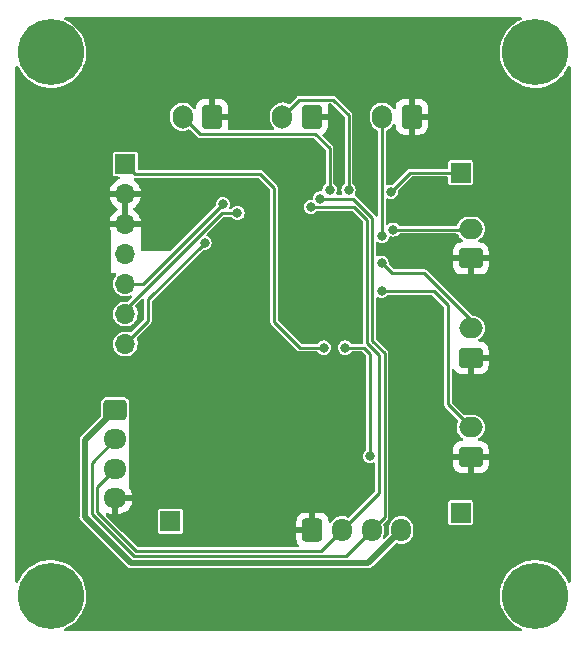
<source format=gbl>
G04 #@! TF.GenerationSoftware,KiCad,Pcbnew,(6.0.9)*
G04 #@! TF.CreationDate,2023-02-23T12:45:50+09:00*
G04 #@! TF.ProjectId,AMS_Temp_SMD,414d535f-5465-46d7-905f-534d442e6b69,rev?*
G04 #@! TF.SameCoordinates,Original*
G04 #@! TF.FileFunction,Copper,L2,Bot*
G04 #@! TF.FilePolarity,Positive*
%FSLAX46Y46*%
G04 Gerber Fmt 4.6, Leading zero omitted, Abs format (unit mm)*
G04 Created by KiCad (PCBNEW (6.0.9)) date 2023-02-23 12:45:50*
%MOMM*%
%LPD*%
G01*
G04 APERTURE LIST*
G04 Aperture macros list*
%AMRoundRect*
0 Rectangle with rounded corners*
0 $1 Rounding radius*
0 $2 $3 $4 $5 $6 $7 $8 $9 X,Y pos of 4 corners*
0 Add a 4 corners polygon primitive as box body*
4,1,4,$2,$3,$4,$5,$6,$7,$8,$9,$2,$3,0*
0 Add four circle primitives for the rounded corners*
1,1,$1+$1,$2,$3*
1,1,$1+$1,$4,$5*
1,1,$1+$1,$6,$7*
1,1,$1+$1,$8,$9*
0 Add four rect primitives between the rounded corners*
20,1,$1+$1,$2,$3,$4,$5,0*
20,1,$1+$1,$4,$5,$6,$7,0*
20,1,$1+$1,$6,$7,$8,$9,0*
20,1,$1+$1,$8,$9,$2,$3,0*%
G04 Aperture macros list end*
G04 #@! TA.AperFunction,ComponentPad*
%ADD10RoundRect,0.250000X0.600000X0.750000X-0.600000X0.750000X-0.600000X-0.750000X0.600000X-0.750000X0*%
G04 #@! TD*
G04 #@! TA.AperFunction,ComponentPad*
%ADD11O,1.700000X2.000000*%
G04 #@! TD*
G04 #@! TA.AperFunction,ComponentPad*
%ADD12RoundRect,0.250000X0.750000X-0.600000X0.750000X0.600000X-0.750000X0.600000X-0.750000X-0.600000X0*%
G04 #@! TD*
G04 #@! TA.AperFunction,ComponentPad*
%ADD13O,2.000000X1.700000*%
G04 #@! TD*
G04 #@! TA.AperFunction,ComponentPad*
%ADD14C,5.600000*%
G04 #@! TD*
G04 #@! TA.AperFunction,ComponentPad*
%ADD15R,1.700000X1.700000*%
G04 #@! TD*
G04 #@! TA.AperFunction,ComponentPad*
%ADD16RoundRect,0.250000X-0.600000X-0.725000X0.600000X-0.725000X0.600000X0.725000X-0.600000X0.725000X0*%
G04 #@! TD*
G04 #@! TA.AperFunction,ComponentPad*
%ADD17O,1.700000X1.950000*%
G04 #@! TD*
G04 #@! TA.AperFunction,ComponentPad*
%ADD18RoundRect,0.250000X-0.725000X0.600000X-0.725000X-0.600000X0.725000X-0.600000X0.725000X0.600000X0*%
G04 #@! TD*
G04 #@! TA.AperFunction,ComponentPad*
%ADD19O,1.950000X1.700000*%
G04 #@! TD*
G04 #@! TA.AperFunction,ComponentPad*
%ADD20O,1.700000X1.700000*%
G04 #@! TD*
G04 #@! TA.AperFunction,ViaPad*
%ADD21C,0.800000*%
G04 #@! TD*
G04 #@! TA.AperFunction,Conductor*
%ADD22C,0.500000*%
G04 #@! TD*
G04 #@! TA.AperFunction,Conductor*
%ADD23C,0.250000*%
G04 #@! TD*
G04 APERTURE END LIST*
D10*
G04 #@! TO.P,J5,1,Pin_1*
G04 #@! TO.N,GND2*
X122100000Y-63450000D03*
D11*
G04 #@! TO.P,J5,2,Pin_2*
G04 #@! TO.N,/A2*
X119600000Y-63450000D03*
G04 #@! TD*
D10*
G04 #@! TO.P,J4,1,Pin_1*
G04 #@! TO.N,GND2*
X130550000Y-63450000D03*
D11*
G04 #@! TO.P,J4,2,Pin_2*
G04 #@! TO.N,/A1*
X128050000Y-63450000D03*
G04 #@! TD*
D10*
G04 #@! TO.P,J6,1,Pin_1*
G04 #@! TO.N,GND2*
X113650000Y-63450000D03*
D11*
G04 #@! TO.P,J6,2,Pin_2*
G04 #@! TO.N,/A3*
X111150000Y-63450000D03*
G04 #@! TD*
D12*
G04 #@! TO.P,J7,1,Pin_1*
G04 #@! TO.N,GND2*
X135550000Y-92250000D03*
D13*
G04 #@! TO.P,J7,2,Pin_2*
G04 #@! TO.N,/A6*
X135550000Y-89750000D03*
G04 #@! TD*
D14*
G04 #@! TO.P,REF\u002A\u002A,1*
G04 #@! TO.N,N/C*
X141000000Y-58000000D03*
G04 #@! TD*
D12*
G04 #@! TO.P,J3,1,Pin_1*
G04 #@! TO.N,GND2*
X135550000Y-75450000D03*
D13*
G04 #@! TO.P,J3,2,Pin_2*
G04 #@! TO.N,/A0*
X135550000Y-72950000D03*
G04 #@! TD*
D15*
G04 #@! TO.P,J12,1,Pin_1*
G04 #@! TO.N,/SCK*
X110125000Y-97700000D03*
G04 #@! TD*
D14*
G04 #@! TO.P,REF\u002A\u002A,1*
G04 #@! TO.N,N/C*
X100000000Y-58000000D03*
G04 #@! TD*
D15*
G04 #@! TO.P,J10,1,Pin_1*
G04 #@! TO.N,/RESET*
X134700000Y-68175000D03*
G04 #@! TD*
D16*
G04 #@! TO.P,J2,1,Pin_1*
G04 #@! TO.N,GND2*
X122150000Y-98450000D03*
D17*
G04 #@! TO.P,J2,2,Pin_2*
G04 #@! TO.N,SCL*
X124650000Y-98450000D03*
G04 #@! TO.P,J2,3,Pin_3*
G04 #@! TO.N,SDA*
X127150000Y-98450000D03*
G04 #@! TO.P,J2,4,Pin_4*
G04 #@! TO.N,+12V*
X129650000Y-98450000D03*
G04 #@! TD*
D14*
G04 #@! TO.P,REF\u002A\u002A,1*
G04 #@! TO.N,N/C*
X141000000Y-104000000D03*
G04 #@! TD*
G04 #@! TO.P,REF\u002A\u002A,1*
G04 #@! TO.N,N/C*
X100000000Y-104000000D03*
G04 #@! TD*
D18*
G04 #@! TO.P,J1,1,Pin_1*
G04 #@! TO.N,+12V*
X105450000Y-88250000D03*
D19*
G04 #@! TO.P,J1,2,Pin_2*
G04 #@! TO.N,SDA*
X105450000Y-90750000D03*
G04 #@! TO.P,J1,3,Pin_3*
G04 #@! TO.N,SCL*
X105450000Y-93250000D03*
G04 #@! TO.P,J1,4,Pin_4*
G04 #@! TO.N,GND2*
X105450000Y-95750000D03*
G04 #@! TD*
D15*
G04 #@! TO.P,J9,1,Pin_1*
G04 #@! TO.N,/MISO*
X134700000Y-96975000D03*
G04 #@! TD*
G04 #@! TO.P,J11,1,Pin_1*
G04 #@! TO.N,/MOSI*
X106300000Y-67450000D03*
D20*
G04 #@! TO.P,J11,2,Pin_2*
G04 #@! TO.N,GND2*
X106300000Y-69990000D03*
G04 #@! TO.P,J11,3,Pin_3*
X106300000Y-72530000D03*
G04 #@! TO.P,J11,4,Pin_4*
G04 #@! TO.N,VCC*
X106300000Y-75070000D03*
G04 #@! TO.P,J11,5,Pin_5*
G04 #@! TO.N,/RXI*
X106300000Y-77610000D03*
G04 #@! TO.P,J11,6,Pin_6*
G04 #@! TO.N,/TXO*
X106300000Y-80150000D03*
G04 #@! TO.P,J11,7,Pin_7*
G04 #@! TO.N,/DTR*
X106300000Y-82690000D03*
G04 #@! TD*
D12*
G04 #@! TO.P,J8,1,Pin_1*
G04 #@! TO.N,GND2*
X135550000Y-83850000D03*
D13*
G04 #@! TO.P,J8,2,Pin_2*
G04 #@! TO.N,/A7*
X135550000Y-81350000D03*
G04 #@! TD*
D21*
G04 #@! TO.N,GND2*
X109600000Y-94500000D03*
X135200000Y-87800000D03*
X103500000Y-61800000D03*
X102900000Y-75000000D03*
X133800000Y-77300000D03*
X101100000Y-97200000D03*
X135600000Y-64500000D03*
X119200000Y-86100000D03*
X119500000Y-83100000D03*
X107100000Y-97600000D03*
X115600000Y-63400000D03*
X141600000Y-64300000D03*
X133900000Y-94100000D03*
X109100000Y-71200000D03*
X118700000Y-98900000D03*
X129700000Y-74400000D03*
X113500000Y-92000000D03*
X99300000Y-72500000D03*
X133500000Y-73900000D03*
X129900000Y-91300000D03*
X111400000Y-89300000D03*
X138000000Y-61500000D03*
X125500000Y-91900000D03*
X131500000Y-96800000D03*
X99400000Y-64300000D03*
X131000000Y-105400000D03*
X114700000Y-74300000D03*
X134800000Y-105300000D03*
X139300000Y-71300000D03*
X99100000Y-91900000D03*
X125900000Y-72900000D03*
X133500000Y-90800000D03*
X112400000Y-76100000D03*
X99200000Y-77600000D03*
X120600000Y-89800000D03*
X129200000Y-65600000D03*
X119800000Y-76900000D03*
X131700000Y-69300000D03*
X109200000Y-81300000D03*
X114600000Y-82000000D03*
X107300000Y-92000000D03*
X109100000Y-73800000D03*
X114700000Y-79500000D03*
X124100000Y-63500000D03*
X125900000Y-102900000D03*
X129300000Y-88000000D03*
X98700000Y-99900000D03*
X126900000Y-56900000D03*
X132100000Y-59700000D03*
X123600000Y-74700000D03*
X99400000Y-82700000D03*
X120600000Y-65800000D03*
X115300000Y-86100000D03*
X112300000Y-71800000D03*
X134700000Y-100700000D03*
X126200000Y-62100000D03*
X109300000Y-84400000D03*
X119900000Y-74700000D03*
X109600000Y-56600000D03*
X106200000Y-63700000D03*
X113800000Y-105500000D03*
X117300000Y-102800000D03*
X131800000Y-67000000D03*
X123700000Y-77700000D03*
X111400000Y-78000000D03*
X117800000Y-63400000D03*
X141900000Y-85400000D03*
X117300000Y-72700000D03*
X139400000Y-79800000D03*
X131700000Y-88000000D03*
X101100000Y-86800000D03*
X137400000Y-102300000D03*
X126000000Y-95000000D03*
X109300000Y-65200000D03*
X141800000Y-99900000D03*
X120500000Y-93100000D03*
X118600000Y-95600000D03*
X131700000Y-79500000D03*
X123500000Y-59700000D03*
X126500000Y-69900000D03*
X120800000Y-105400000D03*
X129100000Y-71400000D03*
X126200000Y-65100000D03*
X135600000Y-57000000D03*
X112600000Y-80900000D03*
X104300000Y-105500000D03*
X103000000Y-80200000D03*
X103400000Y-100600000D03*
X118200000Y-56600000D03*
X139100000Y-88300000D03*
X114100000Y-99000000D03*
X115000000Y-59900000D03*
X105200000Y-84800000D03*
X107500000Y-89400000D03*
X141900000Y-76900000D03*
X106000000Y-58000000D03*
X141900000Y-93600000D03*
X108000000Y-104200000D03*
X102900000Y-70100000D03*
G04 #@! TO.N,/RESET*
X128774500Y-69800000D03*
G04 #@! TO.N,/DTR*
X113012299Y-74112299D03*
G04 #@! TO.N,/A0*
X129000000Y-73000000D03*
G04 #@! TO.N,/A1*
X128037701Y-73537701D03*
G04 #@! TO.N,/A2*
X125200000Y-69651000D03*
G04 #@! TO.N,/A3*
X123600000Y-69651000D03*
G04 #@! TO.N,/A6*
X128000000Y-78200000D03*
G04 #@! TO.N,/A7*
X128000000Y-75800000D03*
G04 #@! TO.N,SDA*
X122800000Y-70375500D03*
G04 #@! TO.N,SCL*
X122000000Y-71100000D03*
G04 #@! TO.N,/TXO*
X115800000Y-71600000D03*
G04 #@! TO.N,/RXI*
X114550000Y-70850000D03*
G04 #@! TO.N,/MOSI*
X123100000Y-83000000D03*
G04 #@! TO.N,/MISO*
X124900000Y-83000000D03*
X127000000Y-92200000D03*
G04 #@! TD*
D22*
G04 #@! TO.N,+12V*
X102875000Y-90825000D02*
X105450000Y-88250000D01*
X106775432Y-101225000D02*
X102875000Y-97324568D01*
X102875000Y-97324568D02*
X102875000Y-90825000D01*
X106775432Y-101225000D02*
X126875000Y-101225000D01*
X126875000Y-101225000D02*
X129650000Y-98450000D01*
D23*
G04 #@! TO.N,/RESET*
X128774500Y-69800000D02*
X130399500Y-68175000D01*
X130399500Y-68175000D02*
X134700000Y-68175000D01*
G04 #@! TO.N,/DTR*
X108200000Y-78924598D02*
X108200000Y-80775000D01*
X113012299Y-74112299D02*
X108200000Y-78924598D01*
X108200000Y-80775000D02*
X106300000Y-82675000D01*
G04 #@! TO.N,/A0*
X135500000Y-73000000D02*
X135550000Y-72950000D01*
X129000000Y-73000000D02*
X135500000Y-73000000D01*
G04 #@! TO.N,/A1*
X128050000Y-73525402D02*
X128050000Y-63450000D01*
X128037701Y-73537701D02*
X128050000Y-73525402D01*
G04 #@! TO.N,/A2*
X125200000Y-69651000D02*
X125200000Y-63300000D01*
X123900000Y-62000000D02*
X121050000Y-62000000D01*
X125200000Y-63300000D02*
X123900000Y-62000000D01*
X121050000Y-62000000D02*
X119600000Y-63450000D01*
G04 #@! TO.N,/A3*
X122400000Y-64900000D02*
X112600000Y-64900000D01*
X123600000Y-69651000D02*
X123600000Y-66100000D01*
X112600000Y-64900000D02*
X111150000Y-63450000D01*
X123600000Y-66100000D02*
X122400000Y-64900000D01*
G04 #@! TO.N,/A6*
X133600000Y-87800000D02*
X135550000Y-89750000D01*
X128000000Y-78200000D02*
X132400000Y-78200000D01*
X132400000Y-78200000D02*
X133600000Y-79400000D01*
X133600000Y-79400000D02*
X133600000Y-87800000D01*
G04 #@! TO.N,/A7*
X131600000Y-76700000D02*
X135550000Y-80650000D01*
X135550000Y-80650000D02*
X135550000Y-81350000D01*
X128000000Y-75800000D02*
X128900000Y-76700000D01*
X128900000Y-76700000D02*
X131600000Y-76700000D01*
G04 #@! TO.N,SDA*
X103450000Y-92750000D02*
X103450000Y-97086396D01*
X128250000Y-97350000D02*
X127150000Y-98450000D01*
X107013604Y-100650000D02*
X124950000Y-100650000D01*
X122800000Y-70375500D02*
X125575500Y-70375500D01*
X127200000Y-82427208D02*
X128250000Y-83477208D01*
X125575500Y-70375500D02*
X127200000Y-72000000D01*
X103450000Y-97086396D02*
X107013604Y-100650000D01*
X124950000Y-100650000D02*
X127150000Y-98450000D01*
X105450000Y-90750000D02*
X103450000Y-92750000D01*
X128250000Y-83477208D02*
X128250000Y-97350000D01*
X127200000Y-72000000D02*
X127200000Y-82427208D01*
G04 #@! TO.N,SCL*
X122900000Y-100200000D02*
X124650000Y-98450000D01*
X126750000Y-72186396D02*
X126750000Y-82613604D01*
X127800000Y-83663604D02*
X127800000Y-95300000D01*
X105450000Y-93250000D02*
X103900000Y-94800000D01*
X126750000Y-82613604D02*
X127800000Y-83663604D01*
X122000000Y-71100000D02*
X125663604Y-71100000D01*
X127800000Y-95300000D02*
X124650000Y-98450000D01*
X103900000Y-94800000D02*
X103900000Y-96900000D01*
X125663604Y-71100000D02*
X126750000Y-72186396D01*
X107200000Y-100200000D02*
X122900000Y-100200000D01*
X103900000Y-96900000D02*
X107200000Y-100200000D01*
G04 #@! TO.N,/TXO*
X106300000Y-79800000D02*
X106300000Y-80135000D01*
X114500000Y-71600000D02*
X106300000Y-79800000D01*
X115800000Y-71600000D02*
X114500000Y-71600000D01*
G04 #@! TO.N,/RXI*
X114550000Y-70850000D02*
X107805000Y-77595000D01*
X107805000Y-77595000D02*
X106300000Y-77595000D01*
G04 #@! TO.N,/MOSI*
X118900000Y-69500000D02*
X117700000Y-68300000D01*
X121100000Y-83000000D02*
X118900000Y-80800000D01*
X123100000Y-83000000D02*
X121100000Y-83000000D01*
X118900000Y-80800000D02*
X118900000Y-69500000D01*
X117700000Y-68300000D02*
X107150000Y-68300000D01*
X107150000Y-68300000D02*
X106300000Y-67450000D01*
G04 #@! TO.N,/MISO*
X126500000Y-83000000D02*
X124900000Y-83000000D01*
X127000000Y-92200000D02*
X127000000Y-83500000D01*
X127000000Y-83500000D02*
X126500000Y-83000000D01*
G04 #@! TD*
G04 #@! TA.AperFunction,Conductor*
G04 #@! TO.N,GND2*
G36*
X139831052Y-55020002D02*
G01*
X139877545Y-55073658D01*
X139887649Y-55143932D01*
X139858155Y-55208512D01*
X139817176Y-55239726D01*
X139552048Y-55366186D01*
X139258921Y-55550064D01*
X139256087Y-55552334D01*
X139256082Y-55552338D01*
X139087066Y-55687746D01*
X138988871Y-55766415D01*
X138745477Y-56012371D01*
X138531966Y-56284672D01*
X138351168Y-56579709D01*
X138349641Y-56582999D01*
X138349636Y-56583008D01*
X138240435Y-56818262D01*
X138205478Y-56893570D01*
X138096828Y-57222097D01*
X138026658Y-57560935D01*
X137995898Y-57905592D01*
X138004956Y-58251501D01*
X138053712Y-58594076D01*
X138141519Y-58928777D01*
X138267214Y-59251167D01*
X138429130Y-59556974D01*
X138431180Y-59559957D01*
X138431182Y-59559960D01*
X138623065Y-59839152D01*
X138623071Y-59839159D01*
X138625122Y-59842144D01*
X138852592Y-60102898D01*
X139108524Y-60335778D01*
X139389527Y-60537699D01*
X139691876Y-60705985D01*
X140011563Y-60838403D01*
X140015057Y-60839398D01*
X140015059Y-60839399D01*
X140340851Y-60932204D01*
X140340856Y-60932205D01*
X140344352Y-60933201D01*
X140580034Y-60971795D01*
X140682251Y-60988534D01*
X140682255Y-60988534D01*
X140685831Y-60989120D01*
X140689457Y-60989291D01*
X141027847Y-61005249D01*
X141027848Y-61005249D01*
X141031474Y-61005420D01*
X141042346Y-61004679D01*
X141373069Y-60982133D01*
X141373077Y-60982132D01*
X141376700Y-60981885D01*
X141380276Y-60981222D01*
X141380278Y-60981222D01*
X141713368Y-60919488D01*
X141713372Y-60919487D01*
X141716933Y-60918827D01*
X142047663Y-60817081D01*
X142364507Y-60677996D01*
X142663265Y-60503416D01*
X142666174Y-60501232D01*
X142937071Y-60297837D01*
X142937075Y-60297834D01*
X142939978Y-60295654D01*
X143190977Y-60057465D01*
X143412936Y-59792005D01*
X143565361Y-59559960D01*
X143600926Y-59505818D01*
X143600931Y-59505809D01*
X143602913Y-59502792D01*
X143758390Y-59193662D01*
X143758713Y-59192779D01*
X143803772Y-59138626D01*
X143871478Y-59117264D01*
X143939986Y-59135899D01*
X143987543Y-59188613D01*
X144000000Y-59243239D01*
X144000000Y-102768828D01*
X143979998Y-102836949D01*
X143926342Y-102883442D01*
X143856068Y-102893546D01*
X143791488Y-102864052D01*
X143758102Y-102818262D01*
X143693562Y-102666949D01*
X143693560Y-102666946D01*
X143692138Y-102663611D01*
X143520696Y-102363041D01*
X143461030Y-102281815D01*
X143317986Y-102087086D01*
X143315843Y-102084168D01*
X143080295Y-101830688D01*
X142817174Y-101605962D01*
X142529967Y-101412967D01*
X142222482Y-101254261D01*
X141898793Y-101131950D01*
X141563190Y-101047652D01*
X141418981Y-101028667D01*
X141223728Y-101002961D01*
X141223720Y-101002960D01*
X141220124Y-101002487D01*
X141068991Y-101000112D01*
X140877780Y-100997108D01*
X140877776Y-100997108D01*
X140874139Y-100997051D01*
X140870524Y-100997412D01*
X140870520Y-100997412D01*
X140702646Y-101014169D01*
X140529823Y-101031419D01*
X140526286Y-101032190D01*
X140526281Y-101032191D01*
X140195283Y-101104360D01*
X140195278Y-101104361D01*
X140191739Y-101105133D01*
X139864367Y-101217217D01*
X139552048Y-101366186D01*
X139258921Y-101550064D01*
X139256087Y-101552334D01*
X139256082Y-101552338D01*
X139101262Y-101676373D01*
X138988871Y-101766415D01*
X138745477Y-102012371D01*
X138531966Y-102284672D01*
X138351168Y-102579709D01*
X138349641Y-102582999D01*
X138349636Y-102583008D01*
X138240435Y-102818262D01*
X138205478Y-102893570D01*
X138096828Y-103222097D01*
X138026658Y-103560935D01*
X137995898Y-103905592D01*
X138004956Y-104251501D01*
X138053712Y-104594076D01*
X138141519Y-104928777D01*
X138267214Y-105251167D01*
X138429130Y-105556974D01*
X138431180Y-105559957D01*
X138431182Y-105559960D01*
X138623065Y-105839152D01*
X138623071Y-105839159D01*
X138625122Y-105842144D01*
X138852592Y-106102898D01*
X139108524Y-106335778D01*
X139389527Y-106537699D01*
X139691876Y-106705985D01*
X139695225Y-106707372D01*
X139816465Y-106757591D01*
X139871746Y-106802139D01*
X139894167Y-106869502D01*
X139876609Y-106938294D01*
X139824647Y-106986672D01*
X139768247Y-107000000D01*
X101231470Y-107000000D01*
X101163349Y-106979998D01*
X101116856Y-106926342D01*
X101106752Y-106856068D01*
X101136246Y-106791488D01*
X101180823Y-106758628D01*
X101364507Y-106677996D01*
X101663265Y-106503416D01*
X101666174Y-106501232D01*
X101937071Y-106297837D01*
X101937075Y-106297834D01*
X101939978Y-106295654D01*
X102190977Y-106057465D01*
X102412936Y-105792005D01*
X102565361Y-105559960D01*
X102600926Y-105505818D01*
X102600931Y-105505809D01*
X102602913Y-105502792D01*
X102731169Y-105247785D01*
X102756763Y-105196898D01*
X102756766Y-105196890D01*
X102758390Y-105193662D01*
X102759635Y-105190260D01*
X102876057Y-104872122D01*
X102876060Y-104872112D01*
X102877305Y-104868710D01*
X102878150Y-104865188D01*
X102878153Y-104865180D01*
X102957237Y-104535772D01*
X102957238Y-104535768D01*
X102958084Y-104532243D01*
X102958521Y-104528633D01*
X102999318Y-104191501D01*
X102999318Y-104191495D01*
X102999654Y-104188722D01*
X103005585Y-104000000D01*
X103000351Y-103909223D01*
X102985875Y-103658167D01*
X102985874Y-103658162D01*
X102985666Y-103654547D01*
X102985043Y-103650977D01*
X102926798Y-103317245D01*
X102926796Y-103317238D01*
X102926174Y-103313672D01*
X102827897Y-102981894D01*
X102790224Y-102893570D01*
X102693562Y-102666949D01*
X102693560Y-102666946D01*
X102692138Y-102663611D01*
X102520696Y-102363041D01*
X102461030Y-102281815D01*
X102317986Y-102087086D01*
X102315843Y-102084168D01*
X102080295Y-101830688D01*
X101817174Y-101605962D01*
X101529967Y-101412967D01*
X101222482Y-101254261D01*
X100898793Y-101131950D01*
X100563190Y-101047652D01*
X100418981Y-101028667D01*
X100223728Y-101002961D01*
X100223720Y-101002960D01*
X100220124Y-101002487D01*
X100068991Y-101000112D01*
X99877780Y-100997108D01*
X99877776Y-100997108D01*
X99874139Y-100997051D01*
X99870524Y-100997412D01*
X99870520Y-100997412D01*
X99702646Y-101014169D01*
X99529823Y-101031419D01*
X99526286Y-101032190D01*
X99526281Y-101032191D01*
X99195283Y-101104360D01*
X99195278Y-101104361D01*
X99191739Y-101105133D01*
X98864367Y-101217217D01*
X98552048Y-101366186D01*
X98258921Y-101550064D01*
X98256087Y-101552334D01*
X98256082Y-101552338D01*
X98101262Y-101676373D01*
X97988871Y-101766415D01*
X97745477Y-102012371D01*
X97531966Y-102284672D01*
X97351168Y-102579709D01*
X97349641Y-102582999D01*
X97349636Y-102583008D01*
X97240287Y-102818581D01*
X97193463Y-102871948D01*
X97125220Y-102891528D01*
X97057225Y-102871104D01*
X97011065Y-102817162D01*
X97000000Y-102765530D01*
X97000000Y-97338878D01*
X102419636Y-97338878D01*
X102421328Y-97348142D01*
X102421328Y-97348143D01*
X102430172Y-97396569D01*
X102430822Y-97400472D01*
X102437025Y-97441726D01*
X102439551Y-97458530D01*
X102442679Y-97465043D01*
X102443975Y-97472141D01*
X102471025Y-97524215D01*
X102472768Y-97527705D01*
X102498191Y-97580647D01*
X102503077Y-97585933D01*
X102503106Y-97585975D01*
X102506421Y-97592356D01*
X102510725Y-97597396D01*
X102547952Y-97634623D01*
X102551381Y-97638188D01*
X102590146Y-97680124D01*
X102596505Y-97683817D01*
X102602663Y-97689334D01*
X106432679Y-101519350D01*
X106442533Y-101530439D01*
X106456480Y-101548129D01*
X106463560Y-101557110D01*
X106471308Y-101562465D01*
X106471310Y-101562467D01*
X106511832Y-101590474D01*
X106515051Y-101592774D01*
X106532907Y-101605962D01*
X106562249Y-101627634D01*
X106569063Y-101630027D01*
X106575001Y-101634131D01*
X106583981Y-101636971D01*
X106630923Y-101651817D01*
X106634679Y-101653070D01*
X106690063Y-101672520D01*
X106697249Y-101672803D01*
X106697320Y-101672817D01*
X106704162Y-101674980D01*
X106710769Y-101675500D01*
X106763438Y-101675500D01*
X106768384Y-101675597D01*
X106825426Y-101677838D01*
X106832532Y-101675954D01*
X106840779Y-101675500D01*
X126840780Y-101675500D01*
X126855589Y-101676373D01*
X126889310Y-101680364D01*
X126898574Y-101678672D01*
X126898575Y-101678672D01*
X126947001Y-101669828D01*
X126950904Y-101669178D01*
X126999645Y-101661850D01*
X126999646Y-101661850D01*
X127008962Y-101660449D01*
X127015475Y-101657321D01*
X127022573Y-101656025D01*
X127074647Y-101628975D01*
X127078137Y-101627232D01*
X127131079Y-101601809D01*
X127136365Y-101596923D01*
X127136413Y-101596890D01*
X127142788Y-101593579D01*
X127147828Y-101589275D01*
X127185055Y-101552048D01*
X127188621Y-101548618D01*
X127223641Y-101516246D01*
X127230556Y-101509854D01*
X127234249Y-101503495D01*
X127239766Y-101497337D01*
X129147533Y-99589570D01*
X129209845Y-99555544D01*
X129273886Y-99558300D01*
X129437746Y-99609023D01*
X129443871Y-99609667D01*
X129443872Y-99609667D01*
X129636502Y-99629913D01*
X129636504Y-99629913D01*
X129642631Y-99630557D01*
X129729471Y-99622654D01*
X129841658Y-99612445D01*
X129841661Y-99612444D01*
X129847797Y-99611886D01*
X130045428Y-99553720D01*
X130227998Y-99458274D01*
X130232799Y-99454414D01*
X130232802Y-99454412D01*
X130383746Y-99333050D01*
X130383747Y-99333050D01*
X130388553Y-99329185D01*
X130520976Y-99171370D01*
X130523944Y-99165972D01*
X130523947Y-99165967D01*
X130617257Y-98996235D01*
X130620224Y-98990838D01*
X130682516Y-98794468D01*
X130683474Y-98785932D01*
X130694880Y-98684239D01*
X130700500Y-98634136D01*
X130700500Y-98273159D01*
X130685480Y-98119970D01*
X130625935Y-97922749D01*
X130584462Y-97844748D01*
X133649500Y-97844748D01*
X133661133Y-97903231D01*
X133705448Y-97969552D01*
X133771769Y-98013867D01*
X133783938Y-98016288D01*
X133783939Y-98016288D01*
X133824184Y-98024293D01*
X133830252Y-98025500D01*
X135569748Y-98025500D01*
X135575816Y-98024293D01*
X135616061Y-98016288D01*
X135616062Y-98016288D01*
X135628231Y-98013867D01*
X135694552Y-97969552D01*
X135738867Y-97903231D01*
X135750500Y-97844748D01*
X135750500Y-96105252D01*
X135738867Y-96046769D01*
X135694552Y-95980448D01*
X135628231Y-95936133D01*
X135616062Y-95933712D01*
X135616061Y-95933712D01*
X135575816Y-95925707D01*
X135569748Y-95924500D01*
X133830252Y-95924500D01*
X133824184Y-95925707D01*
X133783939Y-95933712D01*
X133783938Y-95933712D01*
X133771769Y-95936133D01*
X133705448Y-95980448D01*
X133661133Y-96046769D01*
X133649500Y-96105252D01*
X133649500Y-97844748D01*
X130584462Y-97844748D01*
X130529218Y-97740849D01*
X130442582Y-97634623D01*
X130402906Y-97585975D01*
X130402903Y-97585972D01*
X130399011Y-97581200D01*
X130394038Y-97577086D01*
X130245025Y-97453811D01*
X130245021Y-97453809D01*
X130240275Y-97449882D01*
X130084685Y-97365755D01*
X130064474Y-97354827D01*
X130059055Y-97351897D01*
X129862254Y-97290977D01*
X129856129Y-97290333D01*
X129856128Y-97290333D01*
X129663498Y-97270087D01*
X129663496Y-97270087D01*
X129657369Y-97269443D01*
X129570529Y-97277346D01*
X129458342Y-97287555D01*
X129458339Y-97287556D01*
X129452203Y-97288114D01*
X129254572Y-97346280D01*
X129072002Y-97441726D01*
X129067201Y-97445586D01*
X129067198Y-97445588D01*
X128969453Y-97524177D01*
X128911447Y-97570815D01*
X128779024Y-97728630D01*
X128776056Y-97734028D01*
X128776053Y-97734033D01*
X128769315Y-97746290D01*
X128679776Y-97909162D01*
X128617484Y-98105532D01*
X128616798Y-98111649D01*
X128616797Y-98111653D01*
X128609368Y-98177885D01*
X128599500Y-98265864D01*
X128599500Y-98626841D01*
X128611506Y-98749293D01*
X128614520Y-98780030D01*
X128612387Y-98780239D01*
X128606871Y-98841281D01*
X128578755Y-98884142D01*
X128316646Y-99146251D01*
X128254334Y-99180277D01*
X128183519Y-99175212D01*
X128126683Y-99132665D01*
X128101872Y-99066145D01*
X128115847Y-99002342D01*
X128114827Y-99001905D01*
X128117110Y-98996578D01*
X128117137Y-98996455D01*
X128117254Y-98996243D01*
X128117259Y-98996231D01*
X128120224Y-98990838D01*
X128182516Y-98794468D01*
X128183474Y-98785932D01*
X128194880Y-98684239D01*
X128200500Y-98634136D01*
X128200500Y-98273159D01*
X128185480Y-98119970D01*
X128156958Y-98025500D01*
X128150431Y-98003881D01*
X128149890Y-97932886D01*
X128181958Y-97878368D01*
X128466215Y-97594111D01*
X128474319Y-97586684D01*
X128494749Y-97569541D01*
X128503194Y-97562455D01*
X128508707Y-97552906D01*
X128522039Y-97529815D01*
X128527945Y-97520544D01*
X128543230Y-97498715D01*
X128549554Y-97489684D01*
X128552408Y-97479034D01*
X128553885Y-97475866D01*
X128555077Y-97472590D01*
X128560588Y-97463045D01*
X128567130Y-97425942D01*
X128569509Y-97415210D01*
X128579264Y-97378807D01*
X128575980Y-97341272D01*
X128575500Y-97330290D01*
X128575500Y-92897095D01*
X134042001Y-92897095D01*
X134042338Y-92903614D01*
X134052257Y-92999206D01*
X134055149Y-93012600D01*
X134106588Y-93166784D01*
X134112761Y-93179962D01*
X134198063Y-93317807D01*
X134207099Y-93329208D01*
X134321829Y-93443739D01*
X134333240Y-93452751D01*
X134471243Y-93537816D01*
X134484424Y-93543963D01*
X134638710Y-93595138D01*
X134652086Y-93598005D01*
X134746438Y-93607672D01*
X134752854Y-93608000D01*
X135277885Y-93608000D01*
X135293124Y-93603525D01*
X135294329Y-93602135D01*
X135296000Y-93594452D01*
X135296000Y-93589884D01*
X135804000Y-93589884D01*
X135808475Y-93605123D01*
X135809865Y-93606328D01*
X135817548Y-93607999D01*
X136347095Y-93607999D01*
X136353614Y-93607662D01*
X136449206Y-93597743D01*
X136462600Y-93594851D01*
X136616784Y-93543412D01*
X136629962Y-93537239D01*
X136767807Y-93451937D01*
X136779208Y-93442901D01*
X136893739Y-93328171D01*
X136902751Y-93316760D01*
X136987816Y-93178757D01*
X136993963Y-93165576D01*
X137045138Y-93011290D01*
X137048005Y-92997914D01*
X137057672Y-92903562D01*
X137058000Y-92897146D01*
X137058000Y-92522115D01*
X137053525Y-92506876D01*
X137052135Y-92505671D01*
X137044452Y-92504000D01*
X135822115Y-92504000D01*
X135806876Y-92508475D01*
X135805671Y-92509865D01*
X135804000Y-92517548D01*
X135804000Y-93589884D01*
X135296000Y-93589884D01*
X135296000Y-92522115D01*
X135291525Y-92506876D01*
X135290135Y-92505671D01*
X135282452Y-92504000D01*
X134060116Y-92504000D01*
X134044877Y-92508475D01*
X134043672Y-92509865D01*
X134042001Y-92517548D01*
X134042001Y-92897095D01*
X128575500Y-92897095D01*
X128575500Y-83496921D01*
X128575979Y-83485940D01*
X128578303Y-83459378D01*
X128578303Y-83459376D01*
X128579263Y-83448401D01*
X128569508Y-83411991D01*
X128567133Y-83401280D01*
X128562501Y-83375014D01*
X128560588Y-83364163D01*
X128555078Y-83354619D01*
X128553886Y-83351343D01*
X128552407Y-83348172D01*
X128549554Y-83337524D01*
X128527940Y-83306656D01*
X128522036Y-83297387D01*
X128508707Y-83274300D01*
X128508704Y-83274296D01*
X128503194Y-83264753D01*
X128474330Y-83240533D01*
X128466227Y-83233108D01*
X128015312Y-82782193D01*
X127562405Y-82329287D01*
X127528380Y-82266974D01*
X127525500Y-82240191D01*
X127525500Y-78842005D01*
X127545502Y-78773884D01*
X127599158Y-78727391D01*
X127669432Y-78717287D01*
X127699718Y-78725596D01*
X127757534Y-78749544D01*
X127843238Y-78785044D01*
X128000000Y-78805682D01*
X128008188Y-78804604D01*
X128148574Y-78786122D01*
X128156762Y-78785044D01*
X128302841Y-78724536D01*
X128428282Y-78628282D01*
X128469323Y-78574796D01*
X128526661Y-78532929D01*
X128569286Y-78525500D01*
X132212984Y-78525500D01*
X132281105Y-78545502D01*
X132302075Y-78562401D01*
X133237597Y-79497924D01*
X133271621Y-79560234D01*
X133274500Y-79587017D01*
X133274500Y-87780290D01*
X133274020Y-87791272D01*
X133270736Y-87828807D01*
X133273590Y-87839456D01*
X133280491Y-87865210D01*
X133282870Y-87875942D01*
X133289412Y-87913045D01*
X133294923Y-87922590D01*
X133296115Y-87925866D01*
X133297592Y-87929034D01*
X133300446Y-87939684D01*
X133306770Y-87948715D01*
X133322055Y-87970544D01*
X133327961Y-87979815D01*
X133341293Y-88002906D01*
X133346806Y-88012455D01*
X133355251Y-88019541D01*
X133375682Y-88036685D01*
X133383785Y-88044111D01*
X134449529Y-89109855D01*
X134483555Y-89172167D01*
X134478490Y-89242982D01*
X134471271Y-89258877D01*
X134426897Y-89340945D01*
X134365977Y-89537746D01*
X134365333Y-89543871D01*
X134365333Y-89543872D01*
X134364458Y-89552203D01*
X134344443Y-89742631D01*
X134363114Y-89947797D01*
X134421280Y-90145428D01*
X134424137Y-90150893D01*
X134444967Y-90190737D01*
X134516726Y-90327998D01*
X134520586Y-90332799D01*
X134520588Y-90332802D01*
X134640745Y-90482247D01*
X134645815Y-90488553D01*
X134803630Y-90620976D01*
X134809031Y-90623945D01*
X134809041Y-90623952D01*
X134866585Y-90655587D01*
X134916644Y-90705932D01*
X134931537Y-90775349D01*
X134906536Y-90841798D01*
X134849579Y-90884182D01*
X134805884Y-90892001D01*
X134752905Y-90892001D01*
X134746386Y-90892338D01*
X134650794Y-90902257D01*
X134637400Y-90905149D01*
X134483216Y-90956588D01*
X134470038Y-90962761D01*
X134332193Y-91048063D01*
X134320792Y-91057099D01*
X134206261Y-91171829D01*
X134197249Y-91183240D01*
X134112184Y-91321243D01*
X134106037Y-91334424D01*
X134054862Y-91488710D01*
X134051995Y-91502086D01*
X134042328Y-91596438D01*
X134042000Y-91602855D01*
X134042000Y-91977885D01*
X134046475Y-91993124D01*
X134047865Y-91994329D01*
X134055548Y-91996000D01*
X137039884Y-91996000D01*
X137055123Y-91991525D01*
X137056328Y-91990135D01*
X137057999Y-91982452D01*
X137057999Y-91602905D01*
X137057662Y-91596386D01*
X137047743Y-91500794D01*
X137044851Y-91487400D01*
X136993412Y-91333216D01*
X136987239Y-91320038D01*
X136901937Y-91182193D01*
X136892901Y-91170792D01*
X136778171Y-91056261D01*
X136766760Y-91047249D01*
X136628757Y-90962184D01*
X136615576Y-90956037D01*
X136461290Y-90904862D01*
X136447914Y-90901995D01*
X136353562Y-90892328D01*
X136347145Y-90892000D01*
X136295289Y-90892000D01*
X136227168Y-90871998D01*
X136180675Y-90818342D01*
X136170571Y-90748068D01*
X136200065Y-90683488D01*
X136236136Y-90654749D01*
X136278702Y-90632116D01*
X136278708Y-90632112D01*
X136284151Y-90629218D01*
X136388795Y-90543872D01*
X136439025Y-90502906D01*
X136439028Y-90502903D01*
X136443800Y-90499011D01*
X136449170Y-90492520D01*
X136571189Y-90345025D01*
X136571191Y-90345021D01*
X136575118Y-90340275D01*
X136673103Y-90159055D01*
X136734023Y-89962254D01*
X136734922Y-89953705D01*
X136754913Y-89763498D01*
X136754913Y-89763496D01*
X136755557Y-89757369D01*
X136736886Y-89552203D01*
X136678720Y-89354572D01*
X136583274Y-89172002D01*
X136461847Y-89020976D01*
X136458050Y-89016254D01*
X136458050Y-89016253D01*
X136454185Y-89011447D01*
X136296370Y-88879024D01*
X136290972Y-88876056D01*
X136290967Y-88876053D01*
X136121235Y-88782743D01*
X136115838Y-88779776D01*
X135919468Y-88717484D01*
X135913351Y-88716798D01*
X135913347Y-88716797D01*
X135837126Y-88708248D01*
X135759136Y-88699500D01*
X135348159Y-88699500D01*
X135194970Y-88714520D01*
X135185153Y-88717484D01*
X135098083Y-88743771D01*
X135027089Y-88744312D01*
X134972571Y-88712244D01*
X133962405Y-87702079D01*
X133928380Y-87639767D01*
X133925500Y-87612984D01*
X133925500Y-84920410D01*
X133945502Y-84852289D01*
X133999158Y-84805796D01*
X134069432Y-84795692D01*
X134134012Y-84825186D01*
X134158644Y-84854107D01*
X134198063Y-84917807D01*
X134207099Y-84929208D01*
X134321829Y-85043739D01*
X134333240Y-85052751D01*
X134471243Y-85137816D01*
X134484424Y-85143963D01*
X134638710Y-85195138D01*
X134652086Y-85198005D01*
X134746438Y-85207672D01*
X134752854Y-85208000D01*
X135277885Y-85208000D01*
X135293124Y-85203525D01*
X135294329Y-85202135D01*
X135296000Y-85194452D01*
X135296000Y-85189884D01*
X135804000Y-85189884D01*
X135808475Y-85205123D01*
X135809865Y-85206328D01*
X135817548Y-85207999D01*
X136347095Y-85207999D01*
X136353614Y-85207662D01*
X136449206Y-85197743D01*
X136462600Y-85194851D01*
X136616784Y-85143412D01*
X136629962Y-85137239D01*
X136767807Y-85051937D01*
X136779208Y-85042901D01*
X136893739Y-84928171D01*
X136902751Y-84916760D01*
X136987816Y-84778757D01*
X136993963Y-84765576D01*
X137045138Y-84611290D01*
X137048005Y-84597914D01*
X137057672Y-84503562D01*
X137058000Y-84497146D01*
X137058000Y-84122115D01*
X137053525Y-84106876D01*
X137052135Y-84105671D01*
X137044452Y-84104000D01*
X135822115Y-84104000D01*
X135806876Y-84108475D01*
X135805671Y-84109865D01*
X135804000Y-84117548D01*
X135804000Y-85189884D01*
X135296000Y-85189884D01*
X135296000Y-83722000D01*
X135316002Y-83653879D01*
X135369658Y-83607386D01*
X135422000Y-83596000D01*
X137039884Y-83596000D01*
X137055123Y-83591525D01*
X137056328Y-83590135D01*
X137057999Y-83582452D01*
X137057999Y-83202905D01*
X137057662Y-83196386D01*
X137047743Y-83100794D01*
X137044851Y-83087400D01*
X136993412Y-82933216D01*
X136987239Y-82920038D01*
X136901937Y-82782193D01*
X136892901Y-82770792D01*
X136778171Y-82656261D01*
X136766760Y-82647249D01*
X136628757Y-82562184D01*
X136615576Y-82556037D01*
X136461290Y-82504862D01*
X136447914Y-82501995D01*
X136353562Y-82492328D01*
X136347145Y-82492000D01*
X136295289Y-82492000D01*
X136227168Y-82471998D01*
X136180675Y-82418342D01*
X136170571Y-82348068D01*
X136200065Y-82283488D01*
X136236136Y-82254749D01*
X136278702Y-82232116D01*
X136278708Y-82232112D01*
X136284151Y-82229218D01*
X136395969Y-82138021D01*
X136439025Y-82102906D01*
X136439028Y-82102903D01*
X136443800Y-82099011D01*
X136452452Y-82088553D01*
X136571189Y-81945025D01*
X136571191Y-81945021D01*
X136575118Y-81940275D01*
X136673103Y-81759055D01*
X136734023Y-81562254D01*
X136734922Y-81553705D01*
X136754913Y-81363498D01*
X136754913Y-81363496D01*
X136755557Y-81357369D01*
X136741680Y-81204879D01*
X136737445Y-81158342D01*
X136737444Y-81158339D01*
X136736886Y-81152203D01*
X136678720Y-80954572D01*
X136643533Y-80887265D01*
X136586131Y-80777467D01*
X136583274Y-80772002D01*
X136573404Y-80759725D01*
X136458050Y-80616254D01*
X136458050Y-80616253D01*
X136454185Y-80611447D01*
X136296370Y-80479024D01*
X136290972Y-80476056D01*
X136290967Y-80476053D01*
X136121235Y-80382743D01*
X136115838Y-80379776D01*
X135919468Y-80317484D01*
X135913351Y-80316798D01*
X135913347Y-80316797D01*
X135837126Y-80308248D01*
X135759136Y-80299500D01*
X135712016Y-80299500D01*
X135643895Y-80279498D01*
X135622921Y-80262595D01*
X131844111Y-76483785D01*
X131836684Y-76475681D01*
X131819541Y-76455251D01*
X131819542Y-76455251D01*
X131812455Y-76446806D01*
X131802906Y-76441293D01*
X131779815Y-76427961D01*
X131770544Y-76422055D01*
X131748715Y-76406770D01*
X131739684Y-76400446D01*
X131729034Y-76397592D01*
X131725866Y-76396115D01*
X131722590Y-76394923D01*
X131713045Y-76389412D01*
X131679301Y-76383462D01*
X131675942Y-76382870D01*
X131665215Y-76380492D01*
X131628807Y-76370736D01*
X131617822Y-76371697D01*
X131617820Y-76371697D01*
X131591272Y-76374020D01*
X131580290Y-76374500D01*
X129087018Y-76374500D01*
X129018897Y-76354498D01*
X128997923Y-76337596D01*
X128757421Y-76097095D01*
X134042001Y-76097095D01*
X134042338Y-76103614D01*
X134052257Y-76199206D01*
X134055149Y-76212600D01*
X134106588Y-76366784D01*
X134112761Y-76379962D01*
X134198063Y-76517807D01*
X134207099Y-76529208D01*
X134321829Y-76643739D01*
X134333240Y-76652751D01*
X134471243Y-76737816D01*
X134484424Y-76743963D01*
X134638710Y-76795138D01*
X134652086Y-76798005D01*
X134746438Y-76807672D01*
X134752854Y-76808000D01*
X135277885Y-76808000D01*
X135293124Y-76803525D01*
X135294329Y-76802135D01*
X135296000Y-76794452D01*
X135296000Y-76789884D01*
X135804000Y-76789884D01*
X135808475Y-76805123D01*
X135809865Y-76806328D01*
X135817548Y-76807999D01*
X136347095Y-76807999D01*
X136353614Y-76807662D01*
X136449206Y-76797743D01*
X136462600Y-76794851D01*
X136616784Y-76743412D01*
X136629962Y-76737239D01*
X136767807Y-76651937D01*
X136779208Y-76642901D01*
X136893739Y-76528171D01*
X136902751Y-76516760D01*
X136987816Y-76378757D01*
X136993963Y-76365576D01*
X137045138Y-76211290D01*
X137048005Y-76197914D01*
X137057672Y-76103562D01*
X137058000Y-76097146D01*
X137058000Y-75722115D01*
X137053525Y-75706876D01*
X137052135Y-75705671D01*
X137044452Y-75704000D01*
X135822115Y-75704000D01*
X135806876Y-75708475D01*
X135805671Y-75709865D01*
X135804000Y-75717548D01*
X135804000Y-76789884D01*
X135296000Y-76789884D01*
X135296000Y-75722115D01*
X135291525Y-75706876D01*
X135290135Y-75705671D01*
X135282452Y-75704000D01*
X134060116Y-75704000D01*
X134044877Y-75708475D01*
X134043672Y-75709865D01*
X134042001Y-75717548D01*
X134042001Y-76097095D01*
X128757421Y-76097095D01*
X128632709Y-75972383D01*
X128598684Y-75910070D01*
X128596882Y-75866840D01*
X128604604Y-75808187D01*
X128605682Y-75800000D01*
X128585044Y-75643238D01*
X128524536Y-75497159D01*
X128428282Y-75371718D01*
X128302841Y-75275464D01*
X128156762Y-75214956D01*
X128000000Y-75194318D01*
X127843238Y-75214956D01*
X127835609Y-75218116D01*
X127699718Y-75274404D01*
X127629128Y-75281993D01*
X127565641Y-75250214D01*
X127529414Y-75189156D01*
X127525500Y-75157995D01*
X127525500Y-74157093D01*
X127545502Y-74088972D01*
X127599158Y-74042479D01*
X127669432Y-74032375D01*
X127720653Y-74053949D01*
X127721155Y-74053080D01*
X127728073Y-74057074D01*
X127728201Y-74057128D01*
X127728306Y-74057208D01*
X127734860Y-74062237D01*
X127880939Y-74122745D01*
X128037701Y-74143383D01*
X128045889Y-74142305D01*
X128186275Y-74123823D01*
X128194463Y-74122745D01*
X128340542Y-74062237D01*
X128465983Y-73965983D01*
X128473999Y-73955537D01*
X128549902Y-73856617D01*
X128562237Y-73840542D01*
X128622745Y-73694463D01*
X128626374Y-73666897D01*
X128655096Y-73601969D01*
X128714360Y-73562877D01*
X128785352Y-73562032D01*
X128799514Y-73566933D01*
X128835608Y-73581884D01*
X128835611Y-73581885D01*
X128843238Y-73585044D01*
X129000000Y-73605682D01*
X129008188Y-73604604D01*
X129148574Y-73586122D01*
X129156762Y-73585044D01*
X129302841Y-73524536D01*
X129428282Y-73428282D01*
X129469323Y-73374796D01*
X129526661Y-73332929D01*
X129569286Y-73325500D01*
X134334554Y-73325500D01*
X134402675Y-73345502D01*
X134446215Y-73393124D01*
X134516726Y-73527998D01*
X134520586Y-73532799D01*
X134520588Y-73532802D01*
X134579185Y-73605682D01*
X134645815Y-73688553D01*
X134803630Y-73820976D01*
X134809031Y-73823945D01*
X134809041Y-73823952D01*
X134866585Y-73855587D01*
X134916644Y-73905932D01*
X134931537Y-73975349D01*
X134906536Y-74041798D01*
X134849579Y-74084182D01*
X134805884Y-74092001D01*
X134752905Y-74092001D01*
X134746386Y-74092338D01*
X134650794Y-74102257D01*
X134637400Y-74105149D01*
X134483216Y-74156588D01*
X134470038Y-74162761D01*
X134332193Y-74248063D01*
X134320792Y-74257099D01*
X134206261Y-74371829D01*
X134197249Y-74383240D01*
X134112184Y-74521243D01*
X134106037Y-74534424D01*
X134054862Y-74688710D01*
X134051995Y-74702086D01*
X134042328Y-74796438D01*
X134042000Y-74802855D01*
X134042000Y-75177885D01*
X134046475Y-75193124D01*
X134047865Y-75194329D01*
X134055548Y-75196000D01*
X137039884Y-75196000D01*
X137055123Y-75191525D01*
X137056328Y-75190135D01*
X137057999Y-75182452D01*
X137057999Y-74802905D01*
X137057662Y-74796386D01*
X137047743Y-74700794D01*
X137044851Y-74687400D01*
X136993412Y-74533216D01*
X136987239Y-74520038D01*
X136901937Y-74382193D01*
X136892901Y-74370792D01*
X136778171Y-74256261D01*
X136766760Y-74247249D01*
X136628757Y-74162184D01*
X136615576Y-74156037D01*
X136461290Y-74104862D01*
X136447914Y-74101995D01*
X136353562Y-74092328D01*
X136347145Y-74092000D01*
X136295289Y-74092000D01*
X136227168Y-74071998D01*
X136180675Y-74018342D01*
X136170571Y-73948068D01*
X136200065Y-73883488D01*
X136236136Y-73854749D01*
X136278702Y-73832116D01*
X136278708Y-73832112D01*
X136284151Y-73829218D01*
X136374098Y-73755859D01*
X136439025Y-73702906D01*
X136439028Y-73702903D01*
X136443800Y-73699011D01*
X136456204Y-73684017D01*
X136571189Y-73545025D01*
X136571191Y-73545021D01*
X136575118Y-73540275D01*
X136673103Y-73359055D01*
X136734023Y-73162254D01*
X136744713Y-73060545D01*
X136754913Y-72963498D01*
X136754913Y-72963496D01*
X136755557Y-72957369D01*
X136740141Y-72787973D01*
X136737445Y-72758342D01*
X136737444Y-72758339D01*
X136736886Y-72752203D01*
X136678720Y-72554572D01*
X136583274Y-72372002D01*
X136573404Y-72359725D01*
X136458050Y-72216254D01*
X136458050Y-72216253D01*
X136454185Y-72211447D01*
X136296370Y-72079024D01*
X136290972Y-72076056D01*
X136290967Y-72076053D01*
X136121235Y-71982743D01*
X136115838Y-71979776D01*
X135919468Y-71917484D01*
X135913351Y-71916798D01*
X135913347Y-71916797D01*
X135823058Y-71906670D01*
X135759136Y-71899500D01*
X135348159Y-71899500D01*
X135194970Y-71914520D01*
X134997749Y-71974065D01*
X134815849Y-72070782D01*
X134746066Y-72127696D01*
X134660975Y-72197094D01*
X134660972Y-72197097D01*
X134656200Y-72200989D01*
X134652273Y-72205736D01*
X134652271Y-72205738D01*
X134528811Y-72354975D01*
X134528809Y-72354979D01*
X134524882Y-72359725D01*
X134426897Y-72540945D01*
X134422679Y-72554572D01*
X134413025Y-72585759D01*
X134373774Y-72644918D01*
X134308770Y-72673466D01*
X134292660Y-72674500D01*
X129569286Y-72674500D01*
X129501165Y-72654498D01*
X129469323Y-72625204D01*
X129433305Y-72578264D01*
X129428282Y-72571718D01*
X129302841Y-72475464D01*
X129156762Y-72414956D01*
X129000000Y-72394318D01*
X128843238Y-72414956D01*
X128697159Y-72475464D01*
X128690608Y-72480491D01*
X128578204Y-72566741D01*
X128511983Y-72592341D01*
X128442435Y-72578076D01*
X128391639Y-72528475D01*
X128375500Y-72466778D01*
X128375500Y-70473278D01*
X128395502Y-70405157D01*
X128449158Y-70358664D01*
X128519432Y-70348560D01*
X128549717Y-70356869D01*
X128617738Y-70385044D01*
X128774500Y-70405682D01*
X128782688Y-70404604D01*
X128923074Y-70386122D01*
X128931262Y-70385044D01*
X129077341Y-70324536D01*
X129202782Y-70228282D01*
X129299036Y-70102841D01*
X129359544Y-69956762D01*
X129360801Y-69947218D01*
X129379104Y-69808188D01*
X129380182Y-69800000D01*
X129371382Y-69733157D01*
X129382321Y-69663010D01*
X129407209Y-69627617D01*
X130497421Y-68537405D01*
X130559733Y-68503379D01*
X130586516Y-68500500D01*
X133523500Y-68500500D01*
X133591621Y-68520502D01*
X133638114Y-68574158D01*
X133649500Y-68626500D01*
X133649500Y-69044748D01*
X133661133Y-69103231D01*
X133705448Y-69169552D01*
X133771769Y-69213867D01*
X133783938Y-69216288D01*
X133783939Y-69216288D01*
X133816266Y-69222718D01*
X133830252Y-69225500D01*
X135569748Y-69225500D01*
X135583734Y-69222718D01*
X135616061Y-69216288D01*
X135616062Y-69216288D01*
X135628231Y-69213867D01*
X135694552Y-69169552D01*
X135738867Y-69103231D01*
X135750500Y-69044748D01*
X135750500Y-67305252D01*
X135738867Y-67246769D01*
X135694552Y-67180448D01*
X135628231Y-67136133D01*
X135616062Y-67133712D01*
X135616061Y-67133712D01*
X135575816Y-67125707D01*
X135569748Y-67124500D01*
X133830252Y-67124500D01*
X133824184Y-67125707D01*
X133783939Y-67133712D01*
X133783938Y-67133712D01*
X133771769Y-67136133D01*
X133705448Y-67180448D01*
X133661133Y-67246769D01*
X133649500Y-67305252D01*
X133649500Y-67723500D01*
X133629498Y-67791621D01*
X133575842Y-67838114D01*
X133523500Y-67849500D01*
X130419210Y-67849500D01*
X130408228Y-67849020D01*
X130381680Y-67846697D01*
X130381678Y-67846697D01*
X130370693Y-67845736D01*
X130334285Y-67855492D01*
X130323558Y-67857870D01*
X130320199Y-67858462D01*
X130286455Y-67864412D01*
X130276910Y-67869923D01*
X130273634Y-67871115D01*
X130270466Y-67872592D01*
X130259816Y-67875446D01*
X130250785Y-67881770D01*
X130228956Y-67897055D01*
X130219685Y-67902961D01*
X130196594Y-67916293D01*
X130187045Y-67921806D01*
X130179959Y-67930251D01*
X130162815Y-67950682D01*
X130155389Y-67958785D01*
X128946883Y-69167291D01*
X128884571Y-69201317D01*
X128841343Y-69203118D01*
X128774500Y-69194318D01*
X128617738Y-69214956D01*
X128583196Y-69229264D01*
X128549718Y-69243131D01*
X128479129Y-69250720D01*
X128415642Y-69218941D01*
X128379414Y-69157883D01*
X128375500Y-69126722D01*
X128375500Y-64691312D01*
X128395502Y-64623191D01*
X128446564Y-64580893D01*
X128445428Y-64578720D01*
X128622533Y-64486131D01*
X128627998Y-64483274D01*
X128632799Y-64479414D01*
X128632802Y-64479412D01*
X128783746Y-64358050D01*
X128783747Y-64358050D01*
X128788553Y-64354185D01*
X128920976Y-64196370D01*
X128923945Y-64190969D01*
X128923952Y-64190959D01*
X128955587Y-64133415D01*
X129005932Y-64083356D01*
X129075349Y-64068463D01*
X129141798Y-64093464D01*
X129184182Y-64150421D01*
X129192001Y-64194116D01*
X129192001Y-64247095D01*
X129192338Y-64253614D01*
X129202257Y-64349206D01*
X129205149Y-64362600D01*
X129256588Y-64516784D01*
X129262761Y-64529962D01*
X129348063Y-64667807D01*
X129357099Y-64679208D01*
X129471829Y-64793739D01*
X129483240Y-64802751D01*
X129621243Y-64887816D01*
X129634424Y-64893963D01*
X129788710Y-64945138D01*
X129802086Y-64948005D01*
X129896438Y-64957672D01*
X129902854Y-64958000D01*
X130277885Y-64958000D01*
X130293124Y-64953525D01*
X130294329Y-64952135D01*
X130296000Y-64944452D01*
X130296000Y-64939884D01*
X130804000Y-64939884D01*
X130808475Y-64955123D01*
X130809865Y-64956328D01*
X130817548Y-64957999D01*
X131197095Y-64957999D01*
X131203614Y-64957662D01*
X131299206Y-64947743D01*
X131312600Y-64944851D01*
X131466784Y-64893412D01*
X131479962Y-64887239D01*
X131617807Y-64801937D01*
X131629208Y-64792901D01*
X131743739Y-64678171D01*
X131752751Y-64666760D01*
X131837816Y-64528757D01*
X131843963Y-64515576D01*
X131895138Y-64361290D01*
X131898005Y-64347914D01*
X131907672Y-64253562D01*
X131908000Y-64247146D01*
X131908000Y-63722115D01*
X131903525Y-63706876D01*
X131902135Y-63705671D01*
X131894452Y-63704000D01*
X130822115Y-63704000D01*
X130806876Y-63708475D01*
X130805671Y-63709865D01*
X130804000Y-63717548D01*
X130804000Y-64939884D01*
X130296000Y-64939884D01*
X130296000Y-63177885D01*
X130804000Y-63177885D01*
X130808475Y-63193124D01*
X130809865Y-63194329D01*
X130817548Y-63196000D01*
X131889884Y-63196000D01*
X131905123Y-63191525D01*
X131906328Y-63190135D01*
X131907999Y-63182452D01*
X131907999Y-62652905D01*
X131907662Y-62646386D01*
X131897743Y-62550794D01*
X131894851Y-62537400D01*
X131843412Y-62383216D01*
X131837239Y-62370038D01*
X131751937Y-62232193D01*
X131742901Y-62220792D01*
X131628171Y-62106261D01*
X131616760Y-62097249D01*
X131478757Y-62012184D01*
X131465576Y-62006037D01*
X131311290Y-61954862D01*
X131297914Y-61951995D01*
X131203562Y-61942328D01*
X131197145Y-61942000D01*
X130822115Y-61942000D01*
X130806876Y-61946475D01*
X130805671Y-61947865D01*
X130804000Y-61955548D01*
X130804000Y-63177885D01*
X130296000Y-63177885D01*
X130296000Y-61960116D01*
X130291525Y-61944877D01*
X130290135Y-61943672D01*
X130282452Y-61942001D01*
X129902905Y-61942001D01*
X129896386Y-61942338D01*
X129800794Y-61952257D01*
X129787400Y-61955149D01*
X129633216Y-62006588D01*
X129620038Y-62012761D01*
X129482193Y-62098063D01*
X129470792Y-62107099D01*
X129356261Y-62221829D01*
X129347249Y-62233240D01*
X129262184Y-62371243D01*
X129256037Y-62384424D01*
X129204862Y-62538710D01*
X129201995Y-62552086D01*
X129192328Y-62646438D01*
X129192000Y-62652855D01*
X129192000Y-62704711D01*
X129171998Y-62772832D01*
X129118342Y-62819325D01*
X129048068Y-62829429D01*
X128983488Y-62799935D01*
X128954749Y-62763864D01*
X128932116Y-62721298D01*
X128932112Y-62721292D01*
X128929218Y-62715849D01*
X128855859Y-62625902D01*
X128802906Y-62560975D01*
X128802903Y-62560972D01*
X128799011Y-62556200D01*
X128794038Y-62552086D01*
X128645025Y-62428811D01*
X128645021Y-62428809D01*
X128640275Y-62424882D01*
X128459055Y-62326897D01*
X128262254Y-62265977D01*
X128256129Y-62265333D01*
X128256128Y-62265333D01*
X128063498Y-62245087D01*
X128063496Y-62245087D01*
X128057369Y-62244443D01*
X127970529Y-62252346D01*
X127858342Y-62262555D01*
X127858339Y-62262556D01*
X127852203Y-62263114D01*
X127654572Y-62321280D01*
X127472002Y-62416726D01*
X127467201Y-62420586D01*
X127467198Y-62420588D01*
X127456971Y-62428811D01*
X127311447Y-62545815D01*
X127179024Y-62703630D01*
X127176056Y-62709028D01*
X127176053Y-62709033D01*
X127082743Y-62878765D01*
X127079776Y-62884162D01*
X127017484Y-63080532D01*
X127016798Y-63086649D01*
X127016797Y-63086653D01*
X127015626Y-63097094D01*
X126999500Y-63240864D01*
X126999500Y-63651841D01*
X127014520Y-63805030D01*
X127074065Y-64002251D01*
X127170782Y-64184151D01*
X127227435Y-64253614D01*
X127297094Y-64339025D01*
X127297097Y-64339028D01*
X127300989Y-64343800D01*
X127305736Y-64347727D01*
X127305738Y-64347729D01*
X127454975Y-64471189D01*
X127454979Y-64471191D01*
X127459725Y-64475118D01*
X127640945Y-64573103D01*
X127646833Y-64574926D01*
X127647324Y-64575132D01*
X127702372Y-64619967D01*
X127724500Y-64691288D01*
X127724500Y-71781952D01*
X127704498Y-71850073D01*
X127650842Y-71896566D01*
X127580568Y-71906670D01*
X127515988Y-71877176D01*
X127495289Y-71854226D01*
X127477945Y-71829456D01*
X127472039Y-71820185D01*
X127458707Y-71797094D01*
X127453194Y-71787545D01*
X127424317Y-71763315D01*
X127416215Y-71755889D01*
X125819611Y-70159285D01*
X125812184Y-70151181D01*
X125795041Y-70130751D01*
X125795042Y-70130751D01*
X125787955Y-70122306D01*
X125775628Y-70115189D01*
X125772159Y-70111550D01*
X125769963Y-70109708D01*
X125770169Y-70109463D01*
X125726635Y-70063805D01*
X125713200Y-69994092D01*
X125725889Y-69954401D01*
X125724536Y-69953841D01*
X125781884Y-69815391D01*
X125785044Y-69807762D01*
X125805682Y-69651000D01*
X125785044Y-69494238D01*
X125724536Y-69348159D01*
X125628282Y-69222718D01*
X125616762Y-69213878D01*
X125574796Y-69181677D01*
X125532929Y-69124339D01*
X125525500Y-69081714D01*
X125525500Y-63319710D01*
X125525980Y-63308728D01*
X125528303Y-63282180D01*
X125528303Y-63282178D01*
X125529264Y-63271193D01*
X125519508Y-63234785D01*
X125517130Y-63224058D01*
X125514190Y-63207386D01*
X125510588Y-63186955D01*
X125505077Y-63177410D01*
X125503885Y-63174134D01*
X125502408Y-63170966D01*
X125499554Y-63160316D01*
X125477945Y-63129456D01*
X125472039Y-63120185D01*
X125458707Y-63097094D01*
X125453194Y-63087545D01*
X125424317Y-63063315D01*
X125416215Y-63055889D01*
X124144111Y-61783785D01*
X124136684Y-61775681D01*
X124119541Y-61755251D01*
X124119542Y-61755251D01*
X124112455Y-61746806D01*
X124102906Y-61741293D01*
X124079815Y-61727961D01*
X124070544Y-61722055D01*
X124048715Y-61706770D01*
X124039684Y-61700446D01*
X124029034Y-61697592D01*
X124025866Y-61696115D01*
X124022590Y-61694923D01*
X124013045Y-61689412D01*
X123979301Y-61683462D01*
X123975942Y-61682870D01*
X123965215Y-61680492D01*
X123928807Y-61670736D01*
X123917822Y-61671697D01*
X123917820Y-61671697D01*
X123891272Y-61674020D01*
X123880290Y-61674500D01*
X121069710Y-61674500D01*
X121058728Y-61674020D01*
X121032180Y-61671697D01*
X121032178Y-61671697D01*
X121021193Y-61670736D01*
X120984785Y-61680492D01*
X120974058Y-61682870D01*
X120970699Y-61683462D01*
X120936955Y-61689412D01*
X120927410Y-61694923D01*
X120924134Y-61696115D01*
X120920966Y-61697592D01*
X120910316Y-61700446D01*
X120901285Y-61706770D01*
X120879456Y-61722055D01*
X120870185Y-61727961D01*
X120847094Y-61741293D01*
X120837545Y-61746806D01*
X120830459Y-61755251D01*
X120813315Y-61775682D01*
X120805889Y-61783785D01*
X120240145Y-62349529D01*
X120177833Y-62383555D01*
X120107018Y-62378490D01*
X120091121Y-62371270D01*
X120091071Y-62371243D01*
X120009055Y-62326897D01*
X119812254Y-62265977D01*
X119806129Y-62265333D01*
X119806128Y-62265333D01*
X119613498Y-62245087D01*
X119613496Y-62245087D01*
X119607369Y-62244443D01*
X119520529Y-62252346D01*
X119408342Y-62262555D01*
X119408339Y-62262556D01*
X119402203Y-62263114D01*
X119204572Y-62321280D01*
X119022002Y-62416726D01*
X119017201Y-62420586D01*
X119017198Y-62420588D01*
X119006971Y-62428811D01*
X118861447Y-62545815D01*
X118729024Y-62703630D01*
X118726056Y-62709028D01*
X118726053Y-62709033D01*
X118632743Y-62878765D01*
X118629776Y-62884162D01*
X118567484Y-63080532D01*
X118566798Y-63086649D01*
X118566797Y-63086653D01*
X118565626Y-63097094D01*
X118549500Y-63240864D01*
X118549500Y-63651841D01*
X118564520Y-63805030D01*
X118624065Y-64002251D01*
X118720782Y-64184151D01*
X118777435Y-64253614D01*
X118847094Y-64339025D01*
X118847097Y-64339028D01*
X118850989Y-64343800D01*
X118855736Y-64347727D01*
X118855738Y-64347729D01*
X118860194Y-64351415D01*
X118899932Y-64410249D01*
X118901555Y-64481227D01*
X118864546Y-64541814D01*
X118800656Y-64572775D01*
X118779879Y-64574500D01*
X115098962Y-64574500D01*
X115030841Y-64554498D01*
X114984348Y-64500842D01*
X114974244Y-64430568D01*
X114979369Y-64408833D01*
X114995137Y-64361293D01*
X114998005Y-64347914D01*
X115007672Y-64253562D01*
X115008000Y-64247146D01*
X115008000Y-63722115D01*
X115003525Y-63706876D01*
X115002135Y-63705671D01*
X114994452Y-63704000D01*
X113522000Y-63704000D01*
X113453879Y-63683998D01*
X113407386Y-63630342D01*
X113396000Y-63578000D01*
X113396000Y-63177885D01*
X113904000Y-63177885D01*
X113908475Y-63193124D01*
X113909865Y-63194329D01*
X113917548Y-63196000D01*
X114989884Y-63196000D01*
X115005123Y-63191525D01*
X115006328Y-63190135D01*
X115007999Y-63182452D01*
X115007999Y-62652905D01*
X115007662Y-62646386D01*
X114997743Y-62550794D01*
X114994851Y-62537400D01*
X114943412Y-62383216D01*
X114937239Y-62370038D01*
X114851937Y-62232193D01*
X114842901Y-62220792D01*
X114728171Y-62106261D01*
X114716760Y-62097249D01*
X114578757Y-62012184D01*
X114565576Y-62006037D01*
X114411290Y-61954862D01*
X114397914Y-61951995D01*
X114303562Y-61942328D01*
X114297145Y-61942000D01*
X113922115Y-61942000D01*
X113906876Y-61946475D01*
X113905671Y-61947865D01*
X113904000Y-61955548D01*
X113904000Y-63177885D01*
X113396000Y-63177885D01*
X113396000Y-61960116D01*
X113391525Y-61944877D01*
X113390135Y-61943672D01*
X113382452Y-61942001D01*
X113002905Y-61942001D01*
X112996386Y-61942338D01*
X112900794Y-61952257D01*
X112887400Y-61955149D01*
X112733216Y-62006588D01*
X112720038Y-62012761D01*
X112582193Y-62098063D01*
X112570792Y-62107099D01*
X112456261Y-62221829D01*
X112447249Y-62233240D01*
X112362184Y-62371243D01*
X112356037Y-62384424D01*
X112304862Y-62538710D01*
X112301995Y-62552086D01*
X112292328Y-62646438D01*
X112292000Y-62652855D01*
X112292000Y-62704711D01*
X112271998Y-62772832D01*
X112218342Y-62819325D01*
X112148068Y-62829429D01*
X112083488Y-62799935D01*
X112054749Y-62763864D01*
X112032116Y-62721298D01*
X112032112Y-62721292D01*
X112029218Y-62715849D01*
X111955859Y-62625902D01*
X111902906Y-62560975D01*
X111902903Y-62560972D01*
X111899011Y-62556200D01*
X111894038Y-62552086D01*
X111745025Y-62428811D01*
X111745021Y-62428809D01*
X111740275Y-62424882D01*
X111559055Y-62326897D01*
X111362254Y-62265977D01*
X111356129Y-62265333D01*
X111356128Y-62265333D01*
X111163498Y-62245087D01*
X111163496Y-62245087D01*
X111157369Y-62244443D01*
X111070529Y-62252346D01*
X110958342Y-62262555D01*
X110958339Y-62262556D01*
X110952203Y-62263114D01*
X110754572Y-62321280D01*
X110572002Y-62416726D01*
X110567201Y-62420586D01*
X110567198Y-62420588D01*
X110556971Y-62428811D01*
X110411447Y-62545815D01*
X110279024Y-62703630D01*
X110276056Y-62709028D01*
X110276053Y-62709033D01*
X110182743Y-62878765D01*
X110179776Y-62884162D01*
X110117484Y-63080532D01*
X110116798Y-63086649D01*
X110116797Y-63086653D01*
X110115626Y-63097094D01*
X110099500Y-63240864D01*
X110099500Y-63651841D01*
X110114520Y-63805030D01*
X110174065Y-64002251D01*
X110270782Y-64184151D01*
X110327435Y-64253614D01*
X110397094Y-64339025D01*
X110397097Y-64339028D01*
X110400989Y-64343800D01*
X110405736Y-64347727D01*
X110405738Y-64347729D01*
X110554975Y-64471189D01*
X110554979Y-64471191D01*
X110559725Y-64475118D01*
X110740945Y-64573103D01*
X110937746Y-64634023D01*
X110943871Y-64634667D01*
X110943872Y-64634667D01*
X111136502Y-64654913D01*
X111136504Y-64654913D01*
X111142631Y-64655557D01*
X111229471Y-64647654D01*
X111341658Y-64637445D01*
X111341661Y-64637444D01*
X111347797Y-64636886D01*
X111545428Y-64578720D01*
X111642659Y-64527889D01*
X111712294Y-64514054D01*
X111778354Y-64540063D01*
X111790129Y-64550455D01*
X112355889Y-65116215D01*
X112363316Y-65124319D01*
X112387545Y-65153194D01*
X112397094Y-65158707D01*
X112420185Y-65172039D01*
X112429456Y-65177945D01*
X112460316Y-65199554D01*
X112470966Y-65202408D01*
X112474134Y-65203885D01*
X112477410Y-65205077D01*
X112486955Y-65210588D01*
X112520699Y-65216538D01*
X112524058Y-65217130D01*
X112534785Y-65219508D01*
X112571193Y-65229264D01*
X112582169Y-65228304D01*
X112582172Y-65228304D01*
X112608743Y-65225979D01*
X112619724Y-65225500D01*
X122212984Y-65225500D01*
X122281105Y-65245502D01*
X122302075Y-65262401D01*
X123237597Y-66197924D01*
X123271621Y-66260234D01*
X123274500Y-66287017D01*
X123274500Y-69081714D01*
X123254498Y-69149835D01*
X123225204Y-69181677D01*
X123183239Y-69213878D01*
X123171718Y-69222718D01*
X123075464Y-69348159D01*
X123014956Y-69494238D01*
X122994318Y-69651000D01*
X122994731Y-69654133D01*
X122975394Y-69719988D01*
X122921738Y-69766481D01*
X122852950Y-69776789D01*
X122808188Y-69770896D01*
X122800000Y-69769818D01*
X122643238Y-69790456D01*
X122497159Y-69850964D01*
X122371718Y-69947218D01*
X122275464Y-70072659D01*
X122214956Y-70218738D01*
X122213878Y-70226926D01*
X122213038Y-70233305D01*
X122194318Y-70375500D01*
X122194731Y-70378633D01*
X122175394Y-70444488D01*
X122121738Y-70490981D01*
X122052950Y-70501289D01*
X122008188Y-70495396D01*
X122000000Y-70494318D01*
X121843238Y-70514956D01*
X121697159Y-70575464D01*
X121571718Y-70671718D01*
X121475464Y-70797159D01*
X121414956Y-70943238D01*
X121394318Y-71100000D01*
X121414956Y-71256762D01*
X121475464Y-71402841D01*
X121571718Y-71528282D01*
X121697159Y-71624536D01*
X121843238Y-71685044D01*
X122000000Y-71705682D01*
X122008188Y-71704604D01*
X122148574Y-71686122D01*
X122156762Y-71685044D01*
X122302841Y-71624536D01*
X122428282Y-71528282D01*
X122469323Y-71474796D01*
X122526661Y-71432929D01*
X122569286Y-71425500D01*
X125476588Y-71425500D01*
X125544709Y-71445502D01*
X125565683Y-71462405D01*
X126387595Y-72284317D01*
X126421621Y-72346629D01*
X126424500Y-72373412D01*
X126424500Y-82548500D01*
X126404498Y-82616621D01*
X126350842Y-82663114D01*
X126298500Y-82674500D01*
X125469286Y-82674500D01*
X125401165Y-82654498D01*
X125369323Y-82625204D01*
X125333305Y-82578264D01*
X125328282Y-82571718D01*
X125202841Y-82475464D01*
X125056762Y-82414956D01*
X124900000Y-82394318D01*
X124743238Y-82414956D01*
X124597159Y-82475464D01*
X124471718Y-82571718D01*
X124375464Y-82697159D01*
X124314956Y-82843238D01*
X124294318Y-83000000D01*
X124314956Y-83156762D01*
X124375464Y-83302841D01*
X124471718Y-83428282D01*
X124597159Y-83524536D01*
X124743238Y-83585044D01*
X124900000Y-83605682D01*
X124908188Y-83604604D01*
X125048574Y-83586122D01*
X125056762Y-83585044D01*
X125202841Y-83524536D01*
X125328282Y-83428282D01*
X125369323Y-83374796D01*
X125426661Y-83332929D01*
X125469286Y-83325500D01*
X126312984Y-83325500D01*
X126381105Y-83345502D01*
X126402079Y-83362405D01*
X126637595Y-83597921D01*
X126671621Y-83660233D01*
X126674500Y-83687016D01*
X126674500Y-91630714D01*
X126654498Y-91698835D01*
X126625204Y-91730677D01*
X126571718Y-91771718D01*
X126475464Y-91897159D01*
X126414956Y-92043238D01*
X126394318Y-92200000D01*
X126414956Y-92356762D01*
X126475464Y-92502841D01*
X126571718Y-92628282D01*
X126697159Y-92724536D01*
X126843238Y-92785044D01*
X127000000Y-92805682D01*
X127008188Y-92804604D01*
X127148574Y-92786122D01*
X127156762Y-92785044D01*
X127300282Y-92725596D01*
X127370872Y-92718007D01*
X127434359Y-92749786D01*
X127470586Y-92810844D01*
X127474500Y-92842005D01*
X127474500Y-95112984D01*
X127454498Y-95181105D01*
X127437595Y-95202079D01*
X125273919Y-97365755D01*
X125211607Y-97399781D01*
X125140792Y-97394716D01*
X125124897Y-97387496D01*
X125064480Y-97354830D01*
X125064478Y-97354829D01*
X125059055Y-97351897D01*
X124862254Y-97290977D01*
X124856129Y-97290333D01*
X124856128Y-97290333D01*
X124663498Y-97270087D01*
X124663496Y-97270087D01*
X124657369Y-97269443D01*
X124570529Y-97277346D01*
X124458342Y-97287555D01*
X124458339Y-97287556D01*
X124452203Y-97288114D01*
X124254572Y-97346280D01*
X124072002Y-97441726D01*
X124067201Y-97445586D01*
X124067198Y-97445588D01*
X123969453Y-97524177D01*
X123911447Y-97570815D01*
X123779024Y-97728630D01*
X123776055Y-97734031D01*
X123776048Y-97734041D01*
X123744413Y-97791585D01*
X123694068Y-97841644D01*
X123624651Y-97856537D01*
X123558202Y-97831536D01*
X123515818Y-97774579D01*
X123507999Y-97730884D01*
X123507999Y-97677905D01*
X123507662Y-97671386D01*
X123497743Y-97575794D01*
X123494851Y-97562400D01*
X123443412Y-97408216D01*
X123437239Y-97395038D01*
X123351937Y-97257193D01*
X123342901Y-97245792D01*
X123228171Y-97131261D01*
X123216760Y-97122249D01*
X123078757Y-97037184D01*
X123065576Y-97031037D01*
X122911290Y-96979862D01*
X122897914Y-96976995D01*
X122803562Y-96967328D01*
X122797145Y-96967000D01*
X122422115Y-96967000D01*
X122406876Y-96971475D01*
X122405671Y-96972865D01*
X122404000Y-96980548D01*
X122404000Y-98578000D01*
X122383998Y-98646121D01*
X122330342Y-98692614D01*
X122278000Y-98704000D01*
X120810116Y-98704000D01*
X120794877Y-98708475D01*
X120793672Y-98709865D01*
X120792001Y-98717548D01*
X120792001Y-99222095D01*
X120792338Y-99228614D01*
X120802257Y-99324206D01*
X120805149Y-99337600D01*
X120856588Y-99491784D01*
X120862761Y-99504962D01*
X120948063Y-99642807D01*
X120957099Y-99654208D01*
X120962227Y-99659327D01*
X120996306Y-99721609D01*
X120991303Y-99792429D01*
X120948806Y-99849302D01*
X120882308Y-99874171D01*
X120873209Y-99874500D01*
X107387016Y-99874500D01*
X107318895Y-99854498D01*
X107297921Y-99837595D01*
X106030074Y-98569748D01*
X109074500Y-98569748D01*
X109086133Y-98628231D01*
X109130448Y-98694552D01*
X109196769Y-98738867D01*
X109208938Y-98741288D01*
X109208939Y-98741288D01*
X109249184Y-98749293D01*
X109255252Y-98750500D01*
X110994748Y-98750500D01*
X111000816Y-98749293D01*
X111041061Y-98741288D01*
X111041062Y-98741288D01*
X111053231Y-98738867D01*
X111119552Y-98694552D01*
X111163867Y-98628231D01*
X111175500Y-98569748D01*
X111175500Y-98177885D01*
X120792000Y-98177885D01*
X120796475Y-98193124D01*
X120797865Y-98194329D01*
X120805548Y-98196000D01*
X121877885Y-98196000D01*
X121893124Y-98191525D01*
X121894329Y-98190135D01*
X121896000Y-98182452D01*
X121896000Y-96985116D01*
X121891525Y-96969877D01*
X121890135Y-96968672D01*
X121882452Y-96967001D01*
X121502905Y-96967001D01*
X121496386Y-96967338D01*
X121400794Y-96977257D01*
X121387400Y-96980149D01*
X121233216Y-97031588D01*
X121220038Y-97037761D01*
X121082193Y-97123063D01*
X121070792Y-97132099D01*
X120956261Y-97246829D01*
X120947249Y-97258240D01*
X120862184Y-97396243D01*
X120856037Y-97409424D01*
X120804862Y-97563710D01*
X120801995Y-97577086D01*
X120792328Y-97671438D01*
X120792000Y-97677855D01*
X120792000Y-98177885D01*
X111175500Y-98177885D01*
X111175500Y-96830252D01*
X111172496Y-96815150D01*
X111166288Y-96783939D01*
X111166288Y-96783938D01*
X111163867Y-96771769D01*
X111119552Y-96705448D01*
X111053231Y-96661133D01*
X111041062Y-96658712D01*
X111041061Y-96658712D01*
X111000816Y-96650707D01*
X110994748Y-96649500D01*
X109255252Y-96649500D01*
X109249184Y-96650707D01*
X109208939Y-96658712D01*
X109208938Y-96658712D01*
X109196769Y-96661133D01*
X109130448Y-96705448D01*
X109086133Y-96771769D01*
X109083712Y-96783938D01*
X109083712Y-96783939D01*
X109077504Y-96815150D01*
X109074500Y-96830252D01*
X109074500Y-98569748D01*
X106030074Y-98569748D01*
X104674361Y-97214035D01*
X104640335Y-97151723D01*
X104645400Y-97080908D01*
X104687947Y-97024072D01*
X104754467Y-96999261D01*
X104806447Y-97006501D01*
X104964941Y-97064031D01*
X104975208Y-97066802D01*
X105178174Y-97103504D01*
X105191414Y-97102085D01*
X105196000Y-97087450D01*
X105196000Y-97083849D01*
X105704000Y-97083849D01*
X105708310Y-97098527D01*
X105720193Y-97100590D01*
X105799325Y-97093876D01*
X105809797Y-97092086D01*
X106022535Y-97036870D01*
X106032575Y-97033335D01*
X106232970Y-96943063D01*
X106242256Y-96937894D01*
X106424575Y-96815150D01*
X106432870Y-96808481D01*
X106591900Y-96656772D01*
X106598941Y-96648814D01*
X106730141Y-96472475D01*
X106735745Y-96463438D01*
X106835357Y-96267516D01*
X106839357Y-96257665D01*
X106904534Y-96047760D01*
X106906817Y-96037376D01*
X106908861Y-96021957D01*
X106906665Y-96007793D01*
X106893478Y-96004000D01*
X105722115Y-96004000D01*
X105706876Y-96008475D01*
X105705671Y-96009865D01*
X105704000Y-96017548D01*
X105704000Y-97083849D01*
X105196000Y-97083849D01*
X105196000Y-95622000D01*
X105216002Y-95553879D01*
X105269658Y-95507386D01*
X105322000Y-95496000D01*
X106891192Y-95496000D01*
X106904723Y-95492027D01*
X106906248Y-95481420D01*
X106881523Y-95363579D01*
X106878463Y-95353383D01*
X106797737Y-95148971D01*
X106793006Y-95139439D01*
X106678984Y-94951538D01*
X106672720Y-94942948D01*
X106628730Y-94892254D01*
X106599191Y-94827695D01*
X106600170Y-94800000D01*
X106600000Y-94800000D01*
X106600000Y-93510458D01*
X106605635Y-93473199D01*
X106607201Y-93468139D01*
X106609023Y-93462254D01*
X106610107Y-93451937D01*
X106629913Y-93263498D01*
X106629913Y-93263496D01*
X106630557Y-93257369D01*
X106611886Y-93052203D01*
X106610148Y-93046297D01*
X106610146Y-93046288D01*
X106605127Y-93029236D01*
X106600000Y-92993660D01*
X106600000Y-91010458D01*
X106605635Y-90973199D01*
X106607201Y-90968139D01*
X106609023Y-90962254D01*
X106609667Y-90956128D01*
X106629913Y-90763498D01*
X106629913Y-90763496D01*
X106630557Y-90757369D01*
X106619289Y-90633551D01*
X106612445Y-90558342D01*
X106612444Y-90558339D01*
X106611886Y-90552203D01*
X106610148Y-90546297D01*
X106610146Y-90546288D01*
X106605127Y-90529236D01*
X106600000Y-90493660D01*
X106600000Y-89020976D01*
X106607117Y-88979228D01*
X106619974Y-88942616D01*
X106622519Y-88935369D01*
X106625500Y-88903834D01*
X106625500Y-87596166D01*
X106622519Y-87564631D01*
X106577634Y-87436816D01*
X106572042Y-87429246D01*
X106572041Y-87429243D01*
X106502742Y-87335421D01*
X106497150Y-87327850D01*
X106480206Y-87315335D01*
X106395757Y-87252959D01*
X106395754Y-87252958D01*
X106388184Y-87247366D01*
X106260369Y-87202481D01*
X106252723Y-87201758D01*
X106252722Y-87201758D01*
X106246752Y-87201194D01*
X106228834Y-87199500D01*
X104671166Y-87199500D01*
X104653248Y-87201194D01*
X104647278Y-87201758D01*
X104647277Y-87201758D01*
X104639631Y-87202481D01*
X104511816Y-87247366D01*
X104504246Y-87252958D01*
X104504243Y-87252959D01*
X104419794Y-87315335D01*
X104402850Y-87327850D01*
X104397258Y-87335421D01*
X104327959Y-87429243D01*
X104327958Y-87429246D01*
X104322366Y-87436816D01*
X104277481Y-87564631D01*
X104274500Y-87596166D01*
X104274500Y-88736207D01*
X104254498Y-88804328D01*
X104237595Y-88825302D01*
X102580650Y-90482247D01*
X102569561Y-90492101D01*
X102550291Y-90507293D01*
X102550289Y-90507295D01*
X102542890Y-90513128D01*
X102537535Y-90520875D01*
X102537534Y-90520877D01*
X102509545Y-90561375D01*
X102507250Y-90564587D01*
X102472366Y-90611816D01*
X102469973Y-90618632D01*
X102465869Y-90624569D01*
X102463029Y-90633549D01*
X102463028Y-90633551D01*
X102448182Y-90680495D01*
X102446929Y-90684250D01*
X102432291Y-90725935D01*
X102427481Y-90739631D01*
X102427199Y-90746819D01*
X102427188Y-90746878D01*
X102425020Y-90753730D01*
X102424500Y-90760337D01*
X102424500Y-90813016D01*
X102424403Y-90817962D01*
X102422162Y-90874994D01*
X102424046Y-90882100D01*
X102424500Y-90890347D01*
X102424500Y-97290348D01*
X102423627Y-97305157D01*
X102419636Y-97338878D01*
X97000000Y-97338878D01*
X97000000Y-72797966D01*
X104968257Y-72797966D01*
X104998565Y-72932446D01*
X105001645Y-72942275D01*
X105081769Y-73139601D01*
X105086464Y-73148894D01*
X105100000Y-73205708D01*
X105100000Y-76700000D01*
X105421984Y-76700000D01*
X105490105Y-76720002D01*
X105536598Y-76773658D01*
X105546702Y-76843932D01*
X105518505Y-76906991D01*
X105429024Y-77013630D01*
X105426056Y-77019028D01*
X105426053Y-77019033D01*
X105332743Y-77188765D01*
X105329776Y-77194162D01*
X105267484Y-77390532D01*
X105244520Y-77595262D01*
X105245036Y-77601406D01*
X105259338Y-77771718D01*
X105261759Y-77800553D01*
X105318544Y-77998586D01*
X105321359Y-78004063D01*
X105321360Y-78004066D01*
X105409897Y-78176341D01*
X105412712Y-78181818D01*
X105540677Y-78343270D01*
X105697564Y-78476791D01*
X105877398Y-78577297D01*
X105972238Y-78608113D01*
X106067471Y-78639056D01*
X106067475Y-78639057D01*
X106073329Y-78640959D01*
X106277894Y-78665351D01*
X106284029Y-78664879D01*
X106284031Y-78664879D01*
X106340039Y-78660569D01*
X106483300Y-78649546D01*
X106489230Y-78647890D01*
X106489232Y-78647890D01*
X106675797Y-78595800D01*
X106675796Y-78595800D01*
X106681725Y-78594145D01*
X106687218Y-78591370D01*
X106687224Y-78591368D01*
X106714739Y-78577469D01*
X106784561Y-78564609D01*
X106850252Y-78591538D01*
X106890955Y-78649708D01*
X106893748Y-78720650D01*
X106860644Y-78779030D01*
X106565106Y-79074568D01*
X106502794Y-79108594D01*
X106462841Y-79110783D01*
X106313498Y-79095087D01*
X106313496Y-79095087D01*
X106307369Y-79094443D01*
X106220529Y-79102346D01*
X106108342Y-79112555D01*
X106108339Y-79112556D01*
X106102203Y-79113114D01*
X105904572Y-79171280D01*
X105722002Y-79266726D01*
X105717201Y-79270586D01*
X105717198Y-79270588D01*
X105576649Y-79383592D01*
X105561447Y-79395815D01*
X105429024Y-79553630D01*
X105426056Y-79559028D01*
X105426053Y-79559033D01*
X105419315Y-79571290D01*
X105329776Y-79734162D01*
X105267484Y-79930532D01*
X105266798Y-79936649D01*
X105266797Y-79936653D01*
X105245207Y-80129137D01*
X105244520Y-80135262D01*
X105245036Y-80141406D01*
X105258345Y-80299893D01*
X105261759Y-80340553D01*
X105263458Y-80346478D01*
X105299102Y-80470782D01*
X105318544Y-80538586D01*
X105321359Y-80544063D01*
X105321360Y-80544066D01*
X105409897Y-80716341D01*
X105412712Y-80721818D01*
X105540677Y-80883270D01*
X105545370Y-80887264D01*
X105545371Y-80887265D01*
X105575663Y-80913045D01*
X105697564Y-81016791D01*
X105877398Y-81117297D01*
X105972238Y-81148113D01*
X106067471Y-81179056D01*
X106067475Y-81179057D01*
X106073329Y-81180959D01*
X106277894Y-81205351D01*
X106284029Y-81204879D01*
X106284031Y-81204879D01*
X106340039Y-81200569D01*
X106483300Y-81189546D01*
X106489230Y-81187890D01*
X106489232Y-81187890D01*
X106638208Y-81146295D01*
X106681725Y-81134145D01*
X106687214Y-81131372D01*
X106687220Y-81131370D01*
X106860116Y-81044033D01*
X106865610Y-81041258D01*
X106902477Y-81012455D01*
X106956120Y-80970544D01*
X107027951Y-80914424D01*
X107060090Y-80877191D01*
X107158540Y-80763134D01*
X107158540Y-80763133D01*
X107162564Y-80758472D01*
X107183387Y-80721818D01*
X107215565Y-80665174D01*
X107264323Y-80579344D01*
X107329351Y-80383863D01*
X107355171Y-80179474D01*
X107355583Y-80150000D01*
X107335480Y-79944970D01*
X107275935Y-79747749D01*
X107179218Y-79565849D01*
X107175326Y-79561077D01*
X107175322Y-79561071D01*
X107168188Y-79552325D01*
X107140632Y-79486894D01*
X107152826Y-79416952D01*
X107176734Y-79383592D01*
X107659405Y-78900921D01*
X107721717Y-78866895D01*
X107792532Y-78871960D01*
X107849368Y-78914507D01*
X107874179Y-78981027D01*
X107874500Y-78990016D01*
X107874500Y-80587984D01*
X107854498Y-80656105D01*
X107837595Y-80677079D01*
X106830551Y-81684123D01*
X106768239Y-81718149D01*
X106704197Y-81715393D01*
X106603179Y-81684123D01*
X106512254Y-81655977D01*
X106506129Y-81655333D01*
X106506128Y-81655333D01*
X106313498Y-81635087D01*
X106313496Y-81635087D01*
X106307369Y-81634443D01*
X106220529Y-81642346D01*
X106108342Y-81652555D01*
X106108339Y-81652556D01*
X106102203Y-81653114D01*
X105904572Y-81711280D01*
X105899107Y-81714137D01*
X105828800Y-81750893D01*
X105722002Y-81806726D01*
X105717201Y-81810586D01*
X105717198Y-81810588D01*
X105571169Y-81927998D01*
X105561447Y-81935815D01*
X105429024Y-82093630D01*
X105426056Y-82099028D01*
X105426053Y-82099033D01*
X105361196Y-82217009D01*
X105329776Y-82274162D01*
X105267484Y-82470532D01*
X105266798Y-82476649D01*
X105266797Y-82476653D01*
X105250135Y-82625204D01*
X105244520Y-82675262D01*
X105247937Y-82715949D01*
X105258831Y-82845681D01*
X105261759Y-82880553D01*
X105318544Y-83078586D01*
X105321359Y-83084063D01*
X105321360Y-83084066D01*
X105382435Y-83202905D01*
X105412712Y-83261818D01*
X105540677Y-83423270D01*
X105545370Y-83427264D01*
X105545371Y-83427265D01*
X105653758Y-83519509D01*
X105697564Y-83556791D01*
X105702942Y-83559797D01*
X105702944Y-83559798D01*
X105757226Y-83590135D01*
X105877398Y-83657297D01*
X105968863Y-83687016D01*
X106067471Y-83719056D01*
X106067475Y-83719057D01*
X106073329Y-83720959D01*
X106277894Y-83745351D01*
X106284029Y-83744879D01*
X106284031Y-83744879D01*
X106340039Y-83740569D01*
X106483300Y-83729546D01*
X106489230Y-83727890D01*
X106489232Y-83727890D01*
X106675797Y-83675800D01*
X106675796Y-83675800D01*
X106681725Y-83674145D01*
X106687214Y-83671372D01*
X106687220Y-83671370D01*
X106845285Y-83591525D01*
X106865610Y-83581258D01*
X107027951Y-83454424D01*
X107046181Y-83433305D01*
X107158540Y-83303134D01*
X107158540Y-83303133D01*
X107162564Y-83298472D01*
X107183387Y-83261818D01*
X107207079Y-83220112D01*
X107264323Y-83119344D01*
X107329351Y-82923863D01*
X107355171Y-82719474D01*
X107355583Y-82690000D01*
X107335480Y-82484970D01*
X107275935Y-82287749D01*
X107273042Y-82282309D01*
X107270693Y-82276608D01*
X107272967Y-82275671D01*
X107260828Y-82216737D01*
X107286374Y-82150495D01*
X107297305Y-82138021D01*
X108416215Y-81019111D01*
X108424319Y-81011684D01*
X108444749Y-80994541D01*
X108453194Y-80987455D01*
X108460354Y-80975054D01*
X108472039Y-80954815D01*
X108477945Y-80945544D01*
X108493230Y-80923715D01*
X108499554Y-80914684D01*
X108502408Y-80904034D01*
X108503885Y-80900866D01*
X108505077Y-80897590D01*
X108510588Y-80888045D01*
X108517130Y-80850942D01*
X108519509Y-80840210D01*
X108519711Y-80839456D01*
X108529264Y-80803807D01*
X108528168Y-80791272D01*
X108525979Y-80766257D01*
X108525500Y-80755276D01*
X108525500Y-79111614D01*
X108545502Y-79043493D01*
X108562405Y-79022519D01*
X112839916Y-74745008D01*
X112902228Y-74710982D01*
X112945456Y-74709181D01*
X113012299Y-74717981D01*
X113020487Y-74716903D01*
X113160873Y-74698421D01*
X113169061Y-74697343D01*
X113315140Y-74636835D01*
X113440581Y-74540581D01*
X113536835Y-74415140D01*
X113597343Y-74269061D01*
X113617981Y-74112299D01*
X113597343Y-73955537D01*
X113536835Y-73809458D01*
X113452086Y-73699011D01*
X113445604Y-73690563D01*
X113440581Y-73684017D01*
X113315140Y-73587763D01*
X113247120Y-73559588D01*
X113191839Y-73515039D01*
X113169418Y-73447676D01*
X113186976Y-73378885D01*
X113206243Y-73354084D01*
X114597922Y-71962405D01*
X114660234Y-71928379D01*
X114687017Y-71925500D01*
X115230714Y-71925500D01*
X115298835Y-71945502D01*
X115330677Y-71974796D01*
X115371718Y-72028282D01*
X115497159Y-72124536D01*
X115643238Y-72185044D01*
X115800000Y-72205682D01*
X115808188Y-72204604D01*
X115948574Y-72186122D01*
X115956762Y-72185044D01*
X116102841Y-72124536D01*
X116228282Y-72028282D01*
X116324536Y-71902841D01*
X116385044Y-71756762D01*
X116405682Y-71600000D01*
X116385044Y-71443238D01*
X116324536Y-71297159D01*
X116228282Y-71171718D01*
X116102841Y-71075464D01*
X115956762Y-71014956D01*
X115800000Y-70994318D01*
X115643238Y-71014956D01*
X115497159Y-71075464D01*
X115371718Y-71171718D01*
X115366695Y-71178264D01*
X115330677Y-71225204D01*
X115273339Y-71267071D01*
X115230714Y-71274500D01*
X115212716Y-71274500D01*
X115144595Y-71254498D01*
X115098102Y-71200842D01*
X115087998Y-71130568D01*
X115096307Y-71100282D01*
X115131884Y-71014392D01*
X115131885Y-71014389D01*
X115135044Y-71006762D01*
X115155682Y-70850000D01*
X115135044Y-70693238D01*
X115074536Y-70547159D01*
X114978282Y-70421718D01*
X114852841Y-70325464D01*
X114706762Y-70264956D01*
X114685183Y-70262115D01*
X114581576Y-70248475D01*
X114550000Y-70244318D01*
X114518424Y-70248475D01*
X114414818Y-70262115D01*
X114393238Y-70264956D01*
X114247159Y-70325464D01*
X114121718Y-70421718D01*
X114025464Y-70547159D01*
X113964956Y-70693238D01*
X113944318Y-70850000D01*
X113945396Y-70858187D01*
X113953118Y-70916840D01*
X113942179Y-70986989D01*
X113917291Y-71022382D01*
X112034694Y-72904980D01*
X110176579Y-74763095D01*
X110114267Y-74797121D01*
X110087484Y-74800000D01*
X107726000Y-74800000D01*
X107657879Y-74779998D01*
X107611386Y-74726342D01*
X107600000Y-74674000D01*
X107600000Y-72941609D01*
X107605442Y-72904980D01*
X107630377Y-72822910D01*
X107632555Y-72812837D01*
X107633986Y-72801962D01*
X107631775Y-72787778D01*
X107618617Y-72784000D01*
X104983225Y-72784000D01*
X104969694Y-72787973D01*
X104968257Y-72797966D01*
X97000000Y-72797966D01*
X97000000Y-72264183D01*
X104964389Y-72264183D01*
X104965912Y-72272607D01*
X104978292Y-72276000D01*
X106027885Y-72276000D01*
X106043124Y-72271525D01*
X106044329Y-72270135D01*
X106046000Y-72262452D01*
X106046000Y-72257885D01*
X106554000Y-72257885D01*
X106558475Y-72273124D01*
X106559865Y-72274329D01*
X106567548Y-72276000D01*
X107618344Y-72276000D01*
X107631875Y-72272027D01*
X107633180Y-72262947D01*
X107591214Y-72095875D01*
X107587894Y-72086124D01*
X107502972Y-71890814D01*
X107498105Y-71881739D01*
X107382426Y-71702926D01*
X107376136Y-71694757D01*
X107232806Y-71537240D01*
X107225273Y-71530215D01*
X107058139Y-71398222D01*
X107049552Y-71392517D01*
X107012116Y-71371851D01*
X106962146Y-71321419D01*
X106947374Y-71251976D01*
X106972490Y-71185571D01*
X106999842Y-71158964D01*
X107175327Y-71033792D01*
X107183200Y-71027139D01*
X107334052Y-70876812D01*
X107340730Y-70868965D01*
X107465003Y-70696020D01*
X107470313Y-70687183D01*
X107564670Y-70496267D01*
X107568469Y-70486672D01*
X107630377Y-70282910D01*
X107632555Y-70272837D01*
X107633986Y-70261962D01*
X107631775Y-70247778D01*
X107618617Y-70244000D01*
X106572115Y-70244000D01*
X106556876Y-70248475D01*
X106555671Y-70249865D01*
X106554000Y-70257548D01*
X106554000Y-72257885D01*
X106046000Y-72257885D01*
X106046000Y-70262115D01*
X106041525Y-70246876D01*
X106040135Y-70245671D01*
X106032452Y-70244000D01*
X104983225Y-70244000D01*
X104969694Y-70247973D01*
X104968257Y-70257966D01*
X104998565Y-70392446D01*
X105001645Y-70402275D01*
X105081770Y-70599603D01*
X105086413Y-70608794D01*
X105197694Y-70790388D01*
X105203777Y-70798699D01*
X105343213Y-70959667D01*
X105350580Y-70966883D01*
X105514434Y-71102916D01*
X105522881Y-71108831D01*
X105592479Y-71149501D01*
X105641203Y-71201140D01*
X105654274Y-71270923D01*
X105627543Y-71336694D01*
X105587087Y-71370053D01*
X105578462Y-71374542D01*
X105569738Y-71380036D01*
X105399433Y-71507905D01*
X105391726Y-71514748D01*
X105244590Y-71668717D01*
X105238104Y-71676727D01*
X105118098Y-71852649D01*
X105113000Y-71861623D01*
X105023338Y-72054783D01*
X105019775Y-72064470D01*
X104964389Y-72264183D01*
X97000000Y-72264183D01*
X97000000Y-69724183D01*
X104964389Y-69724183D01*
X104965912Y-69732607D01*
X104978292Y-69736000D01*
X107618344Y-69736000D01*
X107631875Y-69732027D01*
X107633180Y-69722947D01*
X107591214Y-69555875D01*
X107587894Y-69546124D01*
X107502972Y-69350814D01*
X107498105Y-69341739D01*
X107382426Y-69162926D01*
X107376136Y-69154757D01*
X107232806Y-68997240D01*
X107225273Y-68990215D01*
X107054081Y-68855017D01*
X107055162Y-68853648D01*
X107014431Y-68805160D01*
X107005405Y-68734739D01*
X107035884Y-68670618D01*
X107096191Y-68633154D01*
X107121333Y-68630848D01*
X107121194Y-68629264D01*
X107158744Y-68625979D01*
X107169725Y-68625500D01*
X117512984Y-68625500D01*
X117581105Y-68645502D01*
X117602075Y-68662401D01*
X118537597Y-69597924D01*
X118571621Y-69660234D01*
X118574500Y-69687017D01*
X118574500Y-80780290D01*
X118574020Y-80791272D01*
X118570736Y-80828807D01*
X118580491Y-80865210D01*
X118582870Y-80875942D01*
X118589412Y-80913045D01*
X118594923Y-80922590D01*
X118596115Y-80925866D01*
X118597592Y-80929034D01*
X118600446Y-80939684D01*
X118610871Y-80954572D01*
X118622055Y-80970544D01*
X118627961Y-80979815D01*
X118641293Y-81002906D01*
X118646806Y-81012455D01*
X118655251Y-81019541D01*
X118675682Y-81036685D01*
X118683785Y-81044111D01*
X120855889Y-83216215D01*
X120863316Y-83224319D01*
X120887545Y-83253194D01*
X120897094Y-83258707D01*
X120920185Y-83272039D01*
X120929456Y-83277945D01*
X120960316Y-83299554D01*
X120970966Y-83302408D01*
X120974134Y-83303885D01*
X120977410Y-83305077D01*
X120986955Y-83310588D01*
X121020699Y-83316538D01*
X121024058Y-83317130D01*
X121034785Y-83319508D01*
X121071193Y-83329264D01*
X121082169Y-83328304D01*
X121082172Y-83328304D01*
X121108743Y-83325979D01*
X121119724Y-83325500D01*
X122530714Y-83325500D01*
X122598835Y-83345502D01*
X122630677Y-83374796D01*
X122671718Y-83428282D01*
X122797159Y-83524536D01*
X122943238Y-83585044D01*
X123100000Y-83605682D01*
X123108188Y-83604604D01*
X123248574Y-83586122D01*
X123256762Y-83585044D01*
X123402841Y-83524536D01*
X123528282Y-83428282D01*
X123624536Y-83302841D01*
X123685044Y-83156762D01*
X123705682Y-83000000D01*
X123685044Y-82843238D01*
X123624536Y-82697159D01*
X123528282Y-82571718D01*
X123402841Y-82475464D01*
X123256762Y-82414956D01*
X123100000Y-82394318D01*
X122943238Y-82414956D01*
X122797159Y-82475464D01*
X122671718Y-82571718D01*
X122666695Y-82578264D01*
X122630677Y-82625204D01*
X122573339Y-82667071D01*
X122530714Y-82674500D01*
X121287016Y-82674500D01*
X121218895Y-82654498D01*
X121197921Y-82637595D01*
X119262405Y-80702079D01*
X119228379Y-80639767D01*
X119225500Y-80612984D01*
X119225500Y-69519713D01*
X119225979Y-69508732D01*
X119228303Y-69482170D01*
X119228303Y-69482168D01*
X119229263Y-69471193D01*
X119219508Y-69434783D01*
X119217133Y-69424072D01*
X119212501Y-69397806D01*
X119210588Y-69386955D01*
X119205078Y-69377411D01*
X119203886Y-69374135D01*
X119202407Y-69370964D01*
X119199554Y-69360316D01*
X119177940Y-69329448D01*
X119172036Y-69320179D01*
X119158707Y-69297092D01*
X119158704Y-69297088D01*
X119153194Y-69287545D01*
X119124324Y-69263320D01*
X119116221Y-69255894D01*
X117944110Y-68083784D01*
X117936683Y-68075680D01*
X117919541Y-68055251D01*
X117919542Y-68055251D01*
X117912455Y-68046806D01*
X117902906Y-68041293D01*
X117879815Y-68027961D01*
X117870544Y-68022055D01*
X117848715Y-68006770D01*
X117839684Y-68000446D01*
X117829034Y-67997592D01*
X117825866Y-67996115D01*
X117822590Y-67994923D01*
X117813045Y-67989412D01*
X117779301Y-67983462D01*
X117775942Y-67982870D01*
X117765215Y-67980492D01*
X117728807Y-67970736D01*
X117717822Y-67971697D01*
X117717820Y-67971697D01*
X117691272Y-67974020D01*
X117680290Y-67974500D01*
X107476500Y-67974500D01*
X107408379Y-67954498D01*
X107361886Y-67900842D01*
X107350500Y-67848500D01*
X107350500Y-66580252D01*
X107338867Y-66521769D01*
X107294552Y-66455448D01*
X107228231Y-66411133D01*
X107216062Y-66408712D01*
X107216061Y-66408712D01*
X107175816Y-66400707D01*
X107169748Y-66399500D01*
X105430252Y-66399500D01*
X105424184Y-66400707D01*
X105383939Y-66408712D01*
X105383938Y-66408712D01*
X105371769Y-66411133D01*
X105305448Y-66455448D01*
X105261133Y-66521769D01*
X105249500Y-66580252D01*
X105249500Y-68319748D01*
X105261133Y-68378231D01*
X105305448Y-68444552D01*
X105371769Y-68488867D01*
X105383938Y-68491288D01*
X105383939Y-68491288D01*
X105424184Y-68499293D01*
X105430252Y-68500500D01*
X105705233Y-68500500D01*
X105773354Y-68520502D01*
X105819847Y-68574158D01*
X105829951Y-68644432D01*
X105800457Y-68709012D01*
X105763413Y-68738263D01*
X105578463Y-68834542D01*
X105569738Y-68840036D01*
X105399433Y-68967905D01*
X105391726Y-68974748D01*
X105244590Y-69128717D01*
X105238104Y-69136727D01*
X105118098Y-69312649D01*
X105113000Y-69321623D01*
X105023338Y-69514783D01*
X105019775Y-69524470D01*
X104964389Y-69724183D01*
X97000000Y-69724183D01*
X97000000Y-59235839D01*
X97020002Y-59167718D01*
X97073658Y-59121225D01*
X97143932Y-59111121D01*
X97208512Y-59140615D01*
X97243393Y-59190070D01*
X97261238Y-59235839D01*
X97267214Y-59251167D01*
X97429130Y-59556974D01*
X97431180Y-59559957D01*
X97431182Y-59559960D01*
X97623065Y-59839152D01*
X97623071Y-59839159D01*
X97625122Y-59842144D01*
X97852592Y-60102898D01*
X98108524Y-60335778D01*
X98389527Y-60537699D01*
X98691876Y-60705985D01*
X99011563Y-60838403D01*
X99015057Y-60839398D01*
X99015059Y-60839399D01*
X99340851Y-60932204D01*
X99340856Y-60932205D01*
X99344352Y-60933201D01*
X99580034Y-60971795D01*
X99682251Y-60988534D01*
X99682255Y-60988534D01*
X99685831Y-60989120D01*
X99689457Y-60989291D01*
X100027847Y-61005249D01*
X100027848Y-61005249D01*
X100031474Y-61005420D01*
X100042346Y-61004679D01*
X100373069Y-60982133D01*
X100373077Y-60982132D01*
X100376700Y-60981885D01*
X100380276Y-60981222D01*
X100380278Y-60981222D01*
X100713368Y-60919488D01*
X100713372Y-60919487D01*
X100716933Y-60918827D01*
X101047663Y-60817081D01*
X101364507Y-60677996D01*
X101663265Y-60503416D01*
X101666174Y-60501232D01*
X101937071Y-60297837D01*
X101937075Y-60297834D01*
X101939978Y-60295654D01*
X102190977Y-60057465D01*
X102412936Y-59792005D01*
X102565361Y-59559960D01*
X102600926Y-59505818D01*
X102600931Y-59505809D01*
X102602913Y-59502792D01*
X102731169Y-59247785D01*
X102756763Y-59196898D01*
X102756766Y-59196890D01*
X102758390Y-59193662D01*
X102759635Y-59190260D01*
X102876057Y-58872122D01*
X102876060Y-58872112D01*
X102877305Y-58868710D01*
X102878150Y-58865188D01*
X102878153Y-58865180D01*
X102957237Y-58535772D01*
X102957238Y-58535768D01*
X102958084Y-58532243D01*
X102958521Y-58528633D01*
X102999318Y-58191501D01*
X102999318Y-58191495D01*
X102999654Y-58188722D01*
X103005585Y-58000000D01*
X103000351Y-57909223D01*
X102985875Y-57658167D01*
X102985874Y-57658162D01*
X102985666Y-57654547D01*
X102985043Y-57650977D01*
X102926798Y-57317245D01*
X102926796Y-57317238D01*
X102926174Y-57313672D01*
X102827897Y-56981894D01*
X102790224Y-56893570D01*
X102693562Y-56666949D01*
X102693560Y-56666946D01*
X102692138Y-56663611D01*
X102520696Y-56363041D01*
X102461030Y-56281815D01*
X102317986Y-56087086D01*
X102315843Y-56084168D01*
X102080295Y-55830688D01*
X101817174Y-55605962D01*
X101529967Y-55412967D01*
X101222482Y-55254261D01*
X101219091Y-55252980D01*
X101219085Y-55252977D01*
X101194973Y-55243866D01*
X101138320Y-55201077D01*
X101113794Y-55134451D01*
X101129182Y-55065142D01*
X101179598Y-55015155D01*
X101239510Y-55000000D01*
X139762931Y-55000000D01*
X139831052Y-55020002D01*
G37*
G04 #@! TD.AperFunction*
G04 #@! TA.AperFunction,Conductor*
G36*
X123781105Y-62345502D02*
G01*
X123802079Y-62362405D01*
X124837595Y-63397921D01*
X124871621Y-63460233D01*
X124874500Y-63487016D01*
X124874500Y-69081714D01*
X124854498Y-69149835D01*
X124825204Y-69181677D01*
X124783239Y-69213878D01*
X124771718Y-69222718D01*
X124675464Y-69348159D01*
X124614956Y-69494238D01*
X124594318Y-69651000D01*
X124614956Y-69807762D01*
X124618116Y-69815391D01*
X124643131Y-69875782D01*
X124650720Y-69946371D01*
X124618941Y-70009858D01*
X124557883Y-70046086D01*
X124526722Y-70050000D01*
X124273278Y-70050000D01*
X124205157Y-70029998D01*
X124158664Y-69976342D01*
X124148560Y-69906068D01*
X124156869Y-69875782D01*
X124181884Y-69815391D01*
X124185044Y-69807762D01*
X124205682Y-69651000D01*
X124185044Y-69494238D01*
X124124536Y-69348159D01*
X124028282Y-69222718D01*
X124016762Y-69213878D01*
X123974796Y-69181677D01*
X123932929Y-69124339D01*
X123925500Y-69081714D01*
X123925500Y-66119713D01*
X123925979Y-66108732D01*
X123928303Y-66082170D01*
X123928303Y-66082168D01*
X123929263Y-66071193D01*
X123919508Y-66034783D01*
X123917133Y-66024072D01*
X123912501Y-65997806D01*
X123910588Y-65986955D01*
X123905078Y-65977411D01*
X123903886Y-65974135D01*
X123902407Y-65970964D01*
X123899554Y-65960316D01*
X123877940Y-65929448D01*
X123872036Y-65920179D01*
X123858707Y-65897092D01*
X123858704Y-65897088D01*
X123853194Y-65887545D01*
X123824330Y-65863325D01*
X123816227Y-65855899D01*
X123029801Y-65069473D01*
X122995775Y-65007161D01*
X123000840Y-64936346D01*
X123043387Y-64879510D01*
X123052593Y-64873234D01*
X123167807Y-64801937D01*
X123179208Y-64792901D01*
X123293739Y-64678171D01*
X123302751Y-64666760D01*
X123387816Y-64528757D01*
X123393963Y-64515576D01*
X123445138Y-64361290D01*
X123448005Y-64347914D01*
X123457672Y-64253562D01*
X123458000Y-64247146D01*
X123458000Y-63722115D01*
X123453525Y-63706876D01*
X123452135Y-63705671D01*
X123444452Y-63704000D01*
X121972000Y-63704000D01*
X121903879Y-63683998D01*
X121857386Y-63630342D01*
X121846000Y-63578000D01*
X121846000Y-63322000D01*
X121866002Y-63253879D01*
X121919658Y-63207386D01*
X121972000Y-63196000D01*
X123439884Y-63196000D01*
X123455123Y-63191525D01*
X123456328Y-63190135D01*
X123457999Y-63182452D01*
X123457999Y-62652905D01*
X123457662Y-62646386D01*
X123447743Y-62550794D01*
X123444850Y-62537396D01*
X123429497Y-62491375D01*
X123426913Y-62420425D01*
X123463098Y-62359342D01*
X123526562Y-62327518D01*
X123549021Y-62325500D01*
X123712984Y-62325500D01*
X123781105Y-62345502D01*
G37*
G04 #@! TD.AperFunction*
G04 #@! TD*
M02*

</source>
